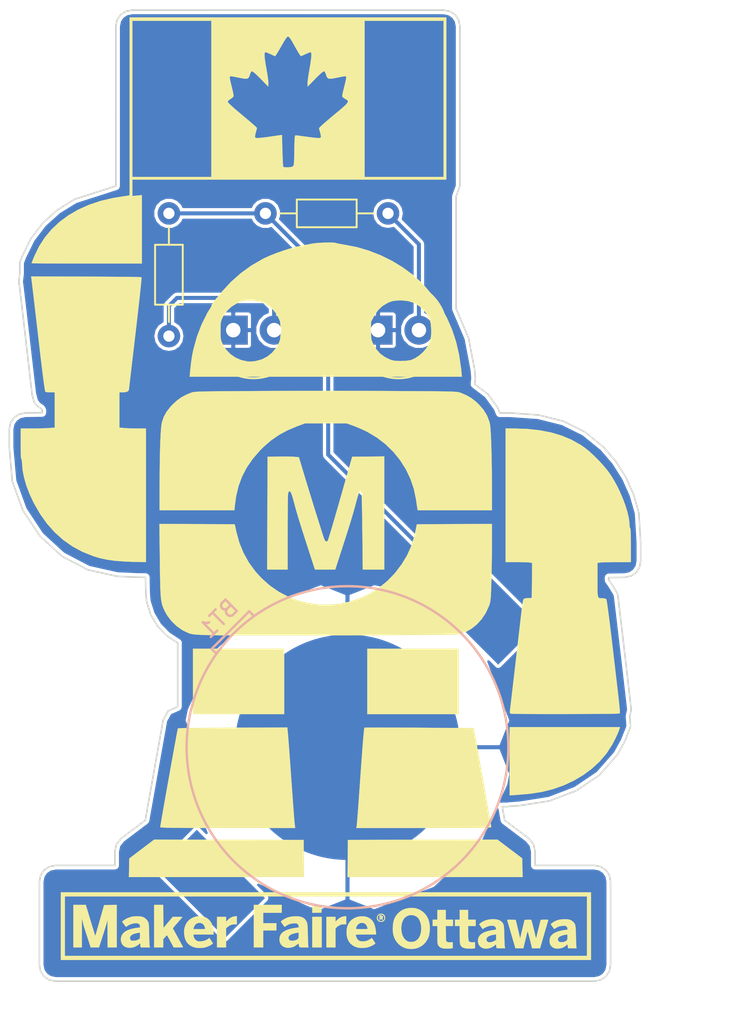
<source format=kicad_pcb>
(kicad_pcb (version 4) (host pcbnew 4.0.7)

  (general
    (links 7)
    (no_connects 1)
    (area 148.528102 44.578647 187.874136 104.976628)
    (thickness 1.6)
    (drawings 168)
    (tracks 12)
    (zones 0)
    (modules 7)
    (nets 5)
  )

  (page A4)
  (layers
    (0 F.Cu signal)
    (31 B.Cu signal)
    (32 B.Adhes user)
    (33 F.Adhes user)
    (34 B.Paste user)
    (35 F.Paste user)
    (36 B.SilkS user)
    (37 F.SilkS user)
    (38 B.Mask user)
    (39 F.Mask user)
    (40 Dwgs.User user)
    (41 Cmts.User user)
    (42 Eco1.User user)
    (43 Eco2.User user)
    (44 Edge.Cuts user)
    (45 Margin user)
    (46 B.CrtYd user)
    (47 F.CrtYd user)
    (48 B.Fab user)
    (49 F.Fab user)
  )

  (setup
    (last_trace_width 0.25)
    (trace_clearance 0.2)
    (zone_clearance 0.2032)
    (zone_45_only no)
    (trace_min 0.2)
    (segment_width 0.2)
    (edge_width 0.15)
    (via_size 0.6)
    (via_drill 0.4)
    (via_min_size 0.4)
    (via_min_drill 0.3)
    (uvia_size 0.3)
    (uvia_drill 0.1)
    (uvias_allowed no)
    (uvia_min_size 0.2)
    (uvia_min_drill 0.1)
    (pcb_text_width 0.3)
    (pcb_text_size 1.5 1.5)
    (mod_edge_width 0.15)
    (mod_text_size 1 1)
    (mod_text_width 0.15)
    (pad_size 14 14)
    (pad_drill 0)
    (pad_to_mask_clearance 0.2)
    (aux_axis_origin 0 0)
    (visible_elements 7FFFFFFF)
    (pcbplotparams
      (layerselection 0x010f8_80000001)
      (usegerberextensions true)
      (excludeedgelayer true)
      (linewidth 0.100000)
      (plotframeref false)
      (viasonmask false)
      (mode 1)
      (useauxorigin false)
      (hpglpennumber 1)
      (hpglpenspeed 20)
      (hpglpendiameter 15)
      (hpglpenoverlay 2)
      (psnegative false)
      (psa4output false)
      (plotreference true)
      (plotvalue true)
      (plotinvisibletext false)
      (padsonsilk false)
      (subtractmaskfromsilk true)
      (outputformat 1)
      (mirror false)
      (drillshape 0)
      (scaleselection 1)
      (outputdirectory cam/))
  )

  (net 0 "")
  (net 1 "Net-(BT1-Pad1)")
  (net 2 "Net-(BT1-Pad2)")
  (net 3 "Net-(D1-Pad2)")
  (net 4 "Net-(D2-Pad2)")

  (net_class Default "This is the default net class."
    (clearance 0.2)
    (trace_width 0.25)
    (via_dia 0.6)
    (via_drill 0.4)
    (uvia_dia 0.3)
    (uvia_drill 0.1)
    (add_net "Net-(BT1-Pad1)")
    (add_net "Net-(BT1-Pad2)")
    (add_net "Net-(D1-Pad2)")
    (add_net "Net-(D2-Pad2)")
  )

  (module BadgeParts:CR2032-SHRAPNEL (layer B.Cu) (tedit 5B90AAB3) (tstamp 5B8DE1D4)
    (at 169.6 90.4 45)
    (path /5B8E1E47)
    (fp_text reference BT1 (at 0 -11.303 45) (layer B.SilkS)
      (effects (font (size 1 1) (thickness 0.15)) (justify mirror))
    )
    (fp_text value Battery_Cell (at 0 0.5 45) (layer B.Fab) hide
      (effects (font (size 1 1) (thickness 0.15)) (justify mirror))
    )
    (fp_line (start -1.651 -9.906) (end -1.651 -10.287) (layer B.SilkS) (width 0.15))
    (fp_line (start -1.651 -10.287) (end 1.651 -10.287) (layer B.SilkS) (width 0.15))
    (fp_line (start 1.651 -10.287) (end 1.651 -9.906) (layer B.SilkS) (width 0.15))
    (fp_circle (center 0 0) (end 10 0) (layer B.SilkS) (width 0.15))
    (pad 1 smd rect (at -12 0 45) (size 3.5 6) (layers B.Cu B.Paste B.Mask)
      (net 1 "Net-(BT1-Pad1)"))
    (pad 2 smd circle (at 0 0 45) (size 14 14) (layers B.Cu B.Paste B.Mask)
      (net 2 "Net-(BT1-Pad2)") (solder_mask_margin 3) (clearance 3) (thermal_gap 3))
    (pad 1 smd rect (at 12 0 45) (size 3.5 6) (layers B.Cu B.Paste B.Mask)
      (net 1 "Net-(BT1-Pad1)"))
  )

  (module LEDs:LED_D5.0mm (layer F.Cu) (tedit 5B8DE28E) (tstamp 5B8DE1E6)
    (at 162.5 64.5)
    (descr "LED, diameter 5.0mm, 2 pins, http://cdn-reichelt.de/documents/datenblatt/A500/LL-504BC2E-009.pdf")
    (tags "LED diameter 5.0mm 2 pins")
    (path /5B8E1D4F)
    (fp_text reference D1 (at 1.27 -3.96) (layer F.SilkS) hide
      (effects (font (size 1 1) (thickness 0.15)))
    )
    (fp_text value LED (at 1.27 3.96) (layer F.Fab)
      (effects (font (size 1 1) (thickness 0.15)))
    )
    (fp_arc (start 1.27 0) (end -1.23 -1.469694) (angle 299.1) (layer F.Fab) (width 0.1))
    (fp_arc (start 1.27 0) (end -1.29 -1.54483) (angle 148.9) (layer F.SilkS) (width 0.12))
    (fp_arc (start 1.27 0) (end -1.29 1.54483) (angle -148.9) (layer F.SilkS) (width 0.12))
    (fp_circle (center 1.27 0) (end 3.77 0) (layer F.Fab) (width 0.1))
    (fp_circle (center 1.27 0) (end 3.77 0) (layer F.SilkS) (width 0.12))
    (fp_line (start -1.23 -1.469694) (end -1.23 1.469694) (layer F.Fab) (width 0.1))
    (fp_line (start -1.29 -1.545) (end -1.29 1.545) (layer F.SilkS) (width 0.12))
    (fp_line (start -1.95 -3.25) (end -1.95 3.25) (layer F.CrtYd) (width 0.05))
    (fp_line (start -1.95 3.25) (end 4.5 3.25) (layer F.CrtYd) (width 0.05))
    (fp_line (start 4.5 3.25) (end 4.5 -3.25) (layer F.CrtYd) (width 0.05))
    (fp_line (start 4.5 -3.25) (end -1.95 -3.25) (layer F.CrtYd) (width 0.05))
    (fp_text user %R (at 1.25 0) (layer F.Fab)
      (effects (font (size 0.8 0.8) (thickness 0.2)))
    )
    (pad 1 thru_hole rect (at 0 0) (size 1.8 1.8) (drill 0.9) (layers *.Cu *.Mask)
      (net 2 "Net-(BT1-Pad2)"))
    (pad 2 thru_hole circle (at 2.54 0) (size 1.8 1.8) (drill 0.9) (layers *.Cu *.Mask)
      (net 3 "Net-(D1-Pad2)"))
    (model ${KISYS3DMOD}/LEDs.3dshapes/LED_D5.0mm.wrl
      (at (xyz 0 0 0))
      (scale (xyz 0.393701 0.393701 0.393701))
      (rotate (xyz 0 0 0))
    )
  )

  (module LEDs:LED_D5.0mm (layer F.Cu) (tedit 5B8DE294) (tstamp 5B8DE1F8)
    (at 171.5 64.5)
    (descr "LED, diameter 5.0mm, 2 pins, http://cdn-reichelt.de/documents/datenblatt/A500/LL-504BC2E-009.pdf")
    (tags "LED diameter 5.0mm 2 pins")
    (path /5B8E1D9C)
    (fp_text reference D2 (at 1.27 -3.96) (layer F.SilkS) hide
      (effects (font (size 1 1) (thickness 0.15)))
    )
    (fp_text value LED (at 1.27 3.96) (layer F.Fab)
      (effects (font (size 1 1) (thickness 0.15)))
    )
    (fp_arc (start 1.27 0) (end -1.23 -1.469694) (angle 299.1) (layer F.Fab) (width 0.1))
    (fp_arc (start 1.27 0) (end -1.29 -1.54483) (angle 148.9) (layer F.SilkS) (width 0.12))
    (fp_arc (start 1.27 0) (end -1.29 1.54483) (angle -148.9) (layer F.SilkS) (width 0.12))
    (fp_circle (center 1.27 0) (end 3.77 0) (layer F.Fab) (width 0.1))
    (fp_circle (center 1.27 0) (end 3.77 0) (layer F.SilkS) (width 0.12))
    (fp_line (start -1.23 -1.469694) (end -1.23 1.469694) (layer F.Fab) (width 0.1))
    (fp_line (start -1.29 -1.545) (end -1.29 1.545) (layer F.SilkS) (width 0.12))
    (fp_line (start -1.95 -3.25) (end -1.95 3.25) (layer F.CrtYd) (width 0.05))
    (fp_line (start -1.95 3.25) (end 4.5 3.25) (layer F.CrtYd) (width 0.05))
    (fp_line (start 4.5 3.25) (end 4.5 -3.25) (layer F.CrtYd) (width 0.05))
    (fp_line (start 4.5 -3.25) (end -1.95 -3.25) (layer F.CrtYd) (width 0.05))
    (fp_text user %R (at 1.25 0) (layer F.Fab)
      (effects (font (size 0.8 0.8) (thickness 0.2)))
    )
    (pad 1 thru_hole rect (at 0 0) (size 1.8 1.8) (drill 0.9) (layers *.Cu *.Mask)
      (net 2 "Net-(BT1-Pad2)"))
    (pad 2 thru_hole circle (at 2.54 0) (size 1.8 1.8) (drill 0.9) (layers *.Cu *.Mask)
      (net 4 "Net-(D2-Pad2)"))
    (model ${KISYS3DMOD}/LEDs.3dshapes/LED_D5.0mm.wrl
      (at (xyz 0 0 0))
      (scale (xyz 0.393701 0.393701 0.393701))
      (rotate (xyz 0 0 0))
    )
  )

  (module makey:makey-kit (layer F.Cu) (tedit 0) (tstamp 5B8DE40B)
    (at 168.25 71.75)
    (fp_text reference G*** (at 0 0) (layer F.SilkS) hide
      (effects (font (thickness 0.3)))
    )
    (fp_text value LOGO (at 0.75 0) (layer F.SilkS) hide
      (effects (font (thickness 0.3)))
    )
    (fp_poly (pts (xy -6.020745 24.394397) (xy -1.375833 24.405166) (xy -1.36457 25.55875) (xy -1.353306 26.712333)
      (xy -12.236723 26.712333) (xy -12.224945 26.134331) (xy -12.213167 25.55633) (xy -11.439412 24.969978)
      (xy -10.665656 24.383627) (xy -6.020745 24.394397)) (layer F.SilkS) (width 0.01))
    (fp_poly (pts (xy 11.440367 24.966124) (xy 12.213167 25.548621) (xy 12.224944 26.130477) (xy 12.236722 26.712333)
      (xy 1.353306 26.712333) (xy 1.364569 25.55875) (xy 1.375833 24.405166) (xy 6.021701 24.394396)
      (xy 10.667568 24.383627) (xy 11.440367 24.966124)) (layer F.SilkS) (width 0.01))
    (fp_poly (pts (xy -2.361623 17.695333) (xy -2.352994 17.78871) (xy -2.339093 17.957838) (xy -2.320576 18.194008)
      (xy -2.298096 18.488512) (xy -2.272308 18.832641) (xy -2.243867 19.217687) (xy -2.213427 19.634941)
      (xy -2.181643 20.075695) (xy -2.161165 20.362333) (xy -2.121083 20.924935) (xy -2.08644 21.409743)
      (xy -2.056725 21.823421) (xy -2.031428 22.172632) (xy -2.01004 22.46404) (xy -1.99205 22.704308)
      (xy -1.976948 22.900099) (xy -1.964223 23.058078) (xy -1.953366 23.184907) (xy -1.943866 23.287251)
      (xy -1.935214 23.371772) (xy -1.926898 23.445135) (xy -1.922125 23.484416) (xy -1.899812 23.664333)
      (xy -6.093406 23.664333) (xy -6.807734 23.664136) (xy -7.441548 23.663509) (xy -7.999002 23.662401)
      (xy -8.484247 23.660759) (xy -8.901437 23.65853) (xy -9.254724 23.655662) (xy -9.548261 23.652103)
      (xy -9.7862 23.647801) (xy -9.972693 23.642702) (xy -10.111894 23.636755) (xy -10.207955 23.629907)
      (xy -10.265029 23.622106) (xy -10.287267 23.613299) (xy -10.2879 23.611416) (xy -10.280879 23.556933)
      (xy -10.260271 23.42808) (xy -10.227508 23.23285) (xy -10.184018 22.979234) (xy -10.131233 22.675224)
      (xy -10.070583 22.328813) (xy -10.003498 21.947992) (xy -9.931408 21.540754) (xy -9.855745 21.11509)
      (xy -9.777937 20.678992) (xy -9.699416 20.240453) (xy -9.621611 19.807465) (xy -9.545954 19.388019)
      (xy -9.473875 18.990108) (xy -9.406803 18.621723) (xy -9.346169 18.290857) (xy -9.293403 18.005501)
      (xy -9.249937 17.773648) (xy -9.217199 17.60329) (xy -9.196621 17.502418) (xy -9.190064 17.477209)
      (xy -9.144841 17.472725) (xy -9.02135 17.468106) (xy -8.825991 17.463432) (xy -8.565162 17.458781)
      (xy -8.245262 17.454233) (xy -7.872689 17.449867) (xy -7.453843 17.445763) (xy -6.995123 17.442001)
      (xy -6.502927 17.438659) (xy -5.983653 17.435817) (xy -5.7785 17.434875) (xy -2.391833 17.420166)
      (xy -2.361623 17.695333)) (layer F.SilkS) (width 0.01))
    (fp_poly (pts (xy 3.726073 17.427812) (xy 4.145197 17.428805) (xy 4.60412 17.430556) (xy 5.096432 17.433065)
      (xy 5.615724 17.436331) (xy 5.818108 17.437766) (xy 9.20205 17.4625) (xy 9.743868 20.489333)
      (xy 9.832533 20.985604) (xy 9.916701 21.458547) (xy 9.995189 21.901404) (xy 10.066815 22.307413)
      (xy 10.130396 22.669815) (xy 10.18475 22.981851) (xy 10.228694 23.236762) (xy 10.261045 23.427787)
      (xy 10.280622 23.548166) (xy 10.286343 23.59025) (xy 10.283059 23.602428) (xy 10.269721 23.613198)
      (xy 10.241447 23.622645) (xy 10.193352 23.630856) (xy 10.120552 23.637916) (xy 10.018164 23.643912)
      (xy 9.881305 23.64893) (xy 9.705089 23.653057) (xy 9.484634 23.656378) (xy 9.215055 23.658981)
      (xy 8.891469 23.66095) (xy 8.508993 23.662374) (xy 8.062742 23.663337) (xy 7.547832 23.663927)
      (xy 6.95938 23.664228) (xy 6.292502 23.664329) (xy 6.092636 23.664333) (xy 1.898273 23.664333)
      (xy 1.922328 23.547916) (xy 1.92995 23.483614) (xy 1.942664 23.343425) (xy 1.959809 23.135932)
      (xy 1.980726 22.869718) (xy 2.004755 22.553369) (xy 2.031234 22.195467) (xy 2.059504 21.804595)
      (xy 2.088904 21.389339) (xy 2.094114 21.314833) (xy 2.143077 20.616562) (xy 2.18689 19.999023)
      (xy 2.225855 19.45846) (xy 2.260275 18.991114) (xy 2.29045 18.593228) (xy 2.316685 18.261043)
      (xy 2.33928 17.990802) (xy 2.358539 17.778746) (xy 2.374763 17.621118) (xy 2.388256 17.514161)
      (xy 2.399319 17.454115) (xy 2.406011 17.437766) (xy 2.451751 17.434212) (xy 2.575744 17.431417)
      (xy 2.771582 17.429379) (xy 3.032856 17.428099) (xy 3.353156 17.427577) (xy 3.726073 17.427812)) (layer F.SilkS) (width 0.01))
    (fp_poly (pts (xy 18.264961 17.49425) (xy 18.208705 17.649777) (xy 18.121333 17.855092) (xy 18.01382 18.086521)
      (xy 17.897138 18.320387) (xy 17.789159 18.520833) (xy 17.446252 19.04408) (xy 17.03245 19.529317)
      (xy 16.554326 19.972689) (xy 16.018456 20.370343) (xy 15.431414 20.718424) (xy 14.799775 21.013079)
      (xy 14.130114 21.250453) (xy 13.429005 21.426693) (xy 12.703024 21.537945) (xy 12.62929 21.54535)
      (xy 12.38787 21.567333) (xy 12.1194 21.590082) (xy 11.87338 21.609437) (xy 11.821583 21.61323)
      (xy 11.43 21.641321) (xy 11.43 17.399) (xy 18.293705 17.399) (xy 18.264961 17.49425)) (layer F.SilkS) (width 0.01))
    (fp_poly (pts (xy -2.582333 16.594666) (xy -8.255 16.594666) (xy -8.255 12.530666) (xy -2.582333 12.530666)
      (xy -2.582333 16.594666)) (layer F.SilkS) (width 0.01))
    (fp_poly (pts (xy 8.255 16.594666) (xy 2.582333 16.594666) (xy 2.582333 12.530666) (xy 8.255 12.530666)
      (xy 8.255 16.594666)) (layer F.SilkS) (width 0.01))
    (fp_poly (pts (xy 11.694583 -1.142638) (xy 12.528076 -1.114843) (xy 13.299549 -1.032102) (xy 14.012105 -0.893572)
      (xy 14.66885 -0.698412) (xy 15.272889 -0.445777) (xy 15.827327 -0.134824) (xy 16.102552 0.054223)
      (xy 16.3638 0.26401) (xy 16.651254 0.525147) (xy 16.945442 0.817696) (xy 17.22689 1.12172)
      (xy 17.476123 1.417283) (xy 17.621842 1.609657) (xy 17.852051 1.960814) (xy 18.07255 2.351281)
      (xy 18.277711 2.766667) (xy 18.461906 3.19258) (xy 18.619508 3.61463) (xy 18.744889 4.018424)
      (xy 18.832421 4.389571) (xy 18.876477 4.71368) (xy 18.880667 4.828767) (xy 18.888376 4.9486)
      (xy 18.908064 5.024163) (xy 18.923 5.037666) (xy 18.937298 5.079376) (xy 18.948818 5.202093)
      (xy 18.957417 5.4022) (xy 18.962948 5.676077) (xy 18.965267 6.020107) (xy 18.965333 6.096)
      (xy 18.965333 7.154333) (xy 18.086917 7.154799) (xy 17.811836 7.156192) (xy 17.556037 7.159808)
      (xy 17.335142 7.165244) (xy 17.164773 7.172097) (xy 17.060552 7.179966) (xy 17.04975 7.181504)
      (xy 16.891 7.207744) (xy 16.891 8.277176) (xy 16.890744 8.614418) (xy 16.89175 8.876452)
      (xy 16.89668 9.072724) (xy 16.908195 9.212683) (xy 16.928957 9.305774) (xy 16.961627 9.361445)
      (xy 17.008868 9.389143) (xy 17.07334 9.398314) (xy 17.157706 9.398406) (xy 17.206779 9.398)
      (xy 17.342732 9.412753) (xy 17.431758 9.451485) (xy 17.439718 9.459553) (xy 17.454208 9.512733)
      (xy 17.477268 9.64464) (xy 17.508181 9.849844) (xy 17.546228 10.122916) (xy 17.590689 10.458428)
      (xy 17.640847 10.85095) (xy 17.695983 11.295053) (xy 17.755378 11.785307) (xy 17.818314 12.316285)
      (xy 17.822126 12.348803) (xy 17.902347 13.033243) (xy 17.973281 13.638488) (xy 18.035419 14.169439)
      (xy 18.089252 14.631002) (xy 18.135273 15.028079) (xy 18.17397 15.365575) (xy 18.205836 15.648393)
      (xy 18.231362 15.881437) (xy 18.251039 16.069611) (xy 18.265358 16.217819) (xy 18.27481 16.330963)
      (xy 18.279885 16.413949) (xy 18.281076 16.471679) (xy 18.278874 16.509057) (xy 18.273768 16.530988)
      (xy 18.266251 16.542375) (xy 18.256814 16.548121) (xy 18.245947 16.55313) (xy 18.243325 16.554676)
      (xy 18.193708 16.559922) (xy 18.06728 16.564781) (xy 17.871896 16.56924) (xy 17.615409 16.573287)
      (xy 17.305675 16.576909) (xy 16.950548 16.580095) (xy 16.557883 16.582832) (xy 16.135535 16.585108)
      (xy 15.691357 16.586912) (xy 15.233205 16.588231) (xy 14.768934 16.589052) (xy 14.306397 16.589365)
      (xy 13.85345 16.589156) (xy 13.417947 16.588414) (xy 13.007742 16.587126) (xy 12.630691 16.58528)
      (xy 12.294648 16.582864) (xy 12.007467 16.579867) (xy 11.777004 16.576275) (xy 11.611112 16.572077)
      (xy 11.517647 16.567261) (xy 11.502015 16.565086) (xy 11.454772 16.537885) (xy 11.440587 16.474303)
      (xy 11.450388 16.368914) (xy 11.459606 16.295594) (xy 11.477727 16.144939) (xy 11.503962 15.923724)
      (xy 11.537523 15.638723) (xy 11.57762 15.296712) (xy 11.623464 14.904465) (xy 11.674268 14.468756)
      (xy 11.729242 13.996362) (xy 11.787597 13.494057) (xy 11.848544 12.968615) (xy 11.911296 12.426812)
      (xy 11.975062 11.875422) (xy 12.039055 11.321221) (xy 12.102484 10.770983) (xy 12.131398 10.519833)
      (xy 12.164465 10.243038) (xy 12.196937 9.990397) (xy 12.226879 9.775535) (xy 12.252356 9.61208)
      (xy 12.271431 9.513659) (xy 12.27689 9.495419) (xy 12.312652 9.44067) (xy 12.378118 9.409578)
      (xy 12.496324 9.393549) (xy 12.560521 9.389585) (xy 12.805833 9.376833) (xy 12.828407 7.207531)
      (xy 12.695412 7.180932) (xy 12.60835 7.171865) (xy 12.454445 7.164125) (xy 12.251515 7.158287)
      (xy 12.01738 7.154924) (xy 11.869208 7.154333) (xy 11.176 7.154333) (xy 11.176 -1.143)
      (xy 11.694583 -1.142638)) (layer F.SilkS) (width 0.01))
    (fp_poly (pts (xy -5.657791 4.804833) (xy -5.562619 5.249333) (xy -5.375519 5.933772) (xy -5.116472 6.573807)
      (xy -4.784626 7.171015) (xy -4.379128 7.726971) (xy -3.991682 8.152557) (xy -3.472819 8.613628)
      (xy -2.912811 9.00089) (xy -2.313427 9.313521) (xy -1.676436 9.550695) (xy -1.003608 9.711591)
      (xy -0.495418 9.77998) (xy 0.180848 9.801528) (xy 0.849385 9.74207) (xy 1.502793 9.604643)
      (xy 2.133675 9.392285) (xy 2.734634 9.108032) (xy 3.298271 8.754921) (xy 3.817188 8.335991)
      (xy 4.283987 7.854278) (xy 4.331055 7.798524) (xy 4.727386 7.275846) (xy 5.046998 6.747683)
      (xy 5.297284 6.198894) (xy 5.48564 5.61434) (xy 5.565846 5.2705) (xy 5.661365 4.804833)
      (xy 10.329333 4.782949) (xy 10.326714 6.169724) (xy 10.324817 6.567852) (xy 10.320778 6.995199)
      (xy 10.314946 7.429371) (xy 10.30767 7.847967) (xy 10.299295 8.228591) (xy 10.290172 8.548846)
      (xy 10.289376 8.5725) (xy 10.277908 8.89527) (xy 10.267287 9.146727) (xy 10.255984 9.340189)
      (xy 10.242474 9.488976) (xy 10.225228 9.606407) (xy 10.20272 9.705803) (xy 10.173422 9.800482)
      (xy 10.137138 9.900233) (xy 9.942357 10.318102) (xy 9.692768 10.694108) (xy 9.397232 11.020305)
      (xy 9.064615 11.288745) (xy 8.703777 11.491481) (xy 8.323582 11.620566) (xy 8.189552 11.646568)
      (xy 8.11542 11.651618) (xy 7.961877 11.656541) (xy 7.734178 11.661323) (xy 7.43758 11.665951)
      (xy 7.077337 11.670412) (xy 6.658704 11.674693) (xy 6.186938 11.678781) (xy 5.667294 11.682662)
      (xy 5.105026 11.686324) (xy 4.505392 11.689753) (xy 3.873646 11.692936) (xy 3.215043 11.69586)
      (xy 2.53484 11.698512) (xy 1.838291 11.700879) (xy 1.130653 11.702947) (xy 0.41718 11.704703)
      (xy -0.296872 11.706135) (xy -1.006247 11.707229) (xy -1.70569 11.707972) (xy -2.389945 11.70835)
      (xy -3.053758 11.708351) (xy -3.691872 11.707962) (xy -4.299032 11.707169) (xy -4.869982 11.705959)
      (xy -5.399468 11.70432) (xy -5.882233 11.702237) (xy -6.313022 11.699698) (xy -6.68658 11.69669)
      (xy -6.997651 11.693199) (xy -7.24098 11.689212) (xy -7.387167 11.685535) (xy -7.698592 11.674518)
      (xy -7.939443 11.662988) (xy -8.123806 11.649465) (xy -8.265769 11.632466) (xy -8.379418 11.610511)
      (xy -8.47884 11.582119) (xy -8.525477 11.56583) (xy -8.906168 11.384404) (xy -9.264541 11.132426)
      (xy -9.585467 10.823707) (xy -9.85382 10.472056) (xy -9.99357 10.225624) (xy -10.052978 10.102712)
      (xy -10.103744 9.988504) (xy -10.146646 9.875292) (xy -10.182459 9.755367) (xy -10.211962 9.621022)
      (xy -10.235931 9.464548) (xy -10.255141 9.278237) (xy -10.270371 9.054382) (xy -10.282396 8.785274)
      (xy -10.291993 8.463204) (xy -10.299939 8.080465) (xy -10.307011 7.629349) (xy -10.313985 7.102148)
      (xy -10.3148 7.037555) (xy -10.343173 4.782943) (xy -5.657791 4.804833)) (layer F.SilkS) (width 0.01))
    (fp_poly (pts (xy 3.640667 7.62) (xy 2.299226 7.62) (xy 2.274655 5.259916) (xy 2.269557 4.818852)
      (xy 2.263759 4.401907) (xy 2.257438 4.017001) (xy 2.25077 3.672053) (xy 2.243932 3.374986)
      (xy 2.2371 3.133717) (xy 2.230452 2.956169) (xy 2.224162 2.850262) (xy 2.220382 2.823671)
      (xy 2.167091 2.766188) (xy 2.125628 2.760171) (xy 2.088925 2.798107) (xy 2.042996 2.902674)
      (xy 1.985971 3.079114) (xy 1.915979 3.332668) (xy 1.901919 3.386666) (xy 1.838803 3.6266)
      (xy 1.77303 3.867119) (xy 1.701551 4.118247) (xy 1.621319 4.390006) (xy 1.529285 4.692418)
      (xy 1.422401 5.035508) (xy 1.297618 5.429297) (xy 1.151888 5.883809) (xy 0.991013 6.38175)
      (xy 0.589888 7.62) (xy -0.673348 7.62) (xy -1.074764 6.38175) (xy -1.255344 5.822957)
      (xy -1.411132 5.336866) (xy -1.544435 4.915966) (xy -1.657558 4.552746) (xy -1.752809 4.239694)
      (xy -1.832493 3.969299) (xy -1.898917 3.734051) (xy -1.954388 3.526439) (xy -1.968648 3.47075)
      (xy -2.04286 3.191562) (xy -2.105582 2.987913) (xy -2.159963 2.85195) (xy -2.209154 2.775821)
      (xy -2.256305 2.751673) (xy -2.257134 2.751666) (xy -2.305892 2.790966) (xy -2.341104 2.896904)
      (xy -2.343495 2.910416) (xy -2.348501 2.982329) (xy -2.353211 3.130443) (xy -2.357532 3.346291)
      (xy -2.361372 3.621407) (xy -2.364638 3.947326) (xy -2.367236 4.315581) (xy -2.369075 4.717707)
      (xy -2.37006 5.145237) (xy -2.370201 5.344583) (xy -2.370667 7.62) (xy -3.641156 7.62)
      (xy -3.630328 4.116916) (xy -3.6195 0.613833) (xy -2.942167 0.6007) (xy -2.682854 0.597773)
      (xy -2.426943 0.598589) (xy -2.198211 0.602823) (xy -2.020439 0.61015) (xy -1.967149 0.61403)
      (xy -1.669465 0.640493) (xy -1.400538 1.53733) (xy -1.313856 1.824757) (xy -1.214289 2.152107)
      (xy -1.104812 2.509825) (xy -0.988403 2.888357) (xy -0.868037 3.27815) (xy -0.746689 3.669649)
      (xy -0.627335 4.053301) (xy -0.512952 4.419551) (xy -0.406515 4.758846) (xy -0.311001 5.061631)
      (xy -0.229384 5.318353) (xy -0.164641 5.519458) (xy -0.119748 5.655391) (xy -0.102569 5.704416)
      (xy -0.037448 5.834354) (xy 0.030916 5.880897) (xy 0.104923 5.845316) (xy 0.124199 5.824208)
      (xy 0.144269 5.773873) (xy 0.185203 5.649123) (xy 0.244899 5.457036) (xy 0.321253 5.204688)
      (xy 0.412164 4.899157) (xy 0.515528 4.547519) (xy 0.629243 4.156853) (xy 0.751205 3.734234)
      (xy 0.879313 3.286741) (xy 0.907173 3.188958) (xy 1.640248 0.613833) (xy 2.640457 0.602483)
      (xy 3.640667 0.591134) (xy 3.640667 7.62)) (layer F.SilkS) (width 0.01))
    (fp_poly (pts (xy -14.896021 -10.573478) (xy -14.365654 -10.571412) (xy -13.859866 -10.568837) (xy -13.38503 -10.565823)
      (xy -12.947518 -10.562438) (xy -12.553703 -10.55875) (xy -12.209956 -10.554829) (xy -11.92265 -10.550742)
      (xy -11.698157 -10.546559) (xy -11.542849 -10.542348) (xy -11.463099 -10.538177) (xy -11.453626 -10.536416)
      (xy -11.452481 -10.488294) (xy -11.461682 -10.357731) (xy -11.481054 -10.146297) (xy -11.510424 -9.855561)
      (xy -11.549618 -9.487093) (xy -11.598463 -9.042462) (xy -11.656783 -8.523238) (xy -11.724407 -7.93099)
      (xy -11.801159 -7.267289) (xy -11.886866 -6.533704) (xy -11.981354 -5.731804) (xy -12.044662 -5.197715)
      (xy -12.08719 -4.838653) (xy -12.126392 -4.505671) (xy -12.161174 -4.208213) (xy -12.190444 -3.955722)
      (xy -12.213106 -3.75764) (xy -12.228067 -3.623411) (xy -12.234234 -3.562476) (xy -12.234333 -3.560322)
      (xy -12.273368 -3.473851) (xy -12.382936 -3.414496) (xy -12.551735 -3.387668) (xy -12.597191 -3.386667)
      (xy -12.827 -3.386667) (xy -12.827 -1.197577) (xy -12.54125 -1.17059) (xy -12.382821 -1.159832)
      (xy -12.169018 -1.151054) (xy -11.929126 -1.145226) (xy -11.71575 -1.143301) (xy -11.176 -1.143)
      (xy -11.176 7.154333) (xy -11.609917 7.147888) (xy -11.829978 7.142721) (xy -12.098839 7.133575)
      (xy -12.380802 7.121791) (xy -12.615333 7.11009) (xy -13.152544 7.066961) (xy -13.631657 6.997802)
      (xy -14.076366 6.898459) (xy -14.432363 6.791429) (xy -15.10761 6.523795) (xy -15.733357 6.188928)
      (xy -16.310635 5.78591) (xy -16.840471 5.313825) (xy -17.323895 4.771754) (xy -17.761934 4.15878)
      (xy -18.155618 3.473986) (xy -18.159087 3.467253) (xy -18.409839 2.932863) (xy -18.610986 2.404081)
      (xy -18.758898 1.893404) (xy -18.849943 1.413332) (xy -18.880497 0.98425) (xy -18.887864 0.860079)
      (xy -18.906606 0.779411) (xy -18.923 0.762) (xy -18.93789 0.720388) (xy -18.949753 0.598342)
      (xy -18.958405 0.400049) (xy -18.963659 0.129693) (xy -18.965333 -0.1905) (xy -18.965333 -1.143)
      (xy -18.25625 -1.143254) (xy -17.986783 -1.14506) (xy -17.716209 -1.149866) (xy -17.469123 -1.157034)
      (xy -17.270116 -1.165926) (xy -17.197917 -1.170695) (xy -16.848667 -1.197883) (xy -16.848667 -3.386667)
      (xy -17.11325 -3.387315) (xy -17.260592 -3.392516) (xy -17.376332 -3.405375) (xy -17.428173 -3.419971)
      (xy -17.444259 -3.469204) (xy -17.46862 -3.600209) (xy -17.500926 -3.81053) (xy -17.540849 -4.09771)
      (xy -17.588061 -4.459292) (xy -17.642234 -4.892821) (xy -17.703038 -5.39584) (xy -17.770145 -5.965892)
      (xy -17.780449 -6.054572) (xy -17.837973 -6.549918) (xy -17.895885 -7.047681) (xy -17.952879 -7.536708)
      (xy -18.007651 -8.005842) (xy -18.058897 -8.443929) (xy -18.105312 -8.839814) (xy -18.145592 -9.182341)
      (xy -18.178431 -9.460355) (xy -18.197532 -9.620978) (xy -18.312677 -10.58479) (xy -14.896021 -10.573478)) (layer F.SilkS) (width 0.01))
    (fp_poly (pts (xy 0.855503 -3.478621) (xy 1.718052 -3.477514) (xy 2.547363 -3.475655) (xy 3.326593 -3.473044)
      (xy 4.038898 -3.469682) (xy 4.074583 -3.469482) (xy 4.752665 -3.465626) (xy 5.351367 -3.462094)
      (xy 5.875972 -3.458746) (xy 6.331765 -3.455441) (xy 6.724031 -3.45204) (xy 7.058055 -3.448403)
      (xy 7.33912 -3.444389) (xy 7.572512 -3.439859) (xy 7.763515 -3.434672) (xy 7.917414 -3.428688)
      (xy 8.039492 -3.421767) (xy 8.135036 -3.413769) (xy 8.209328 -3.404554) (xy 8.267655 -3.393981)
      (xy 8.315299 -3.381912) (xy 8.357547 -3.368205) (xy 8.393654 -3.354977) (xy 8.749022 -3.203616)
      (xy 9.050293 -3.030425) (xy 9.328001 -2.816023) (xy 9.508322 -2.64738) (xy 9.809016 -2.302017)
      (xy 10.029701 -1.939456) (xy 10.174423 -1.552648) (xy 10.20182 -1.439334) (xy 10.222287 -1.300849)
      (xy 10.24166 -1.085269) (xy 10.25969 -0.800165) (xy 10.27613 -0.453104) (xy 10.290733 -0.051654)
      (xy 10.303251 0.396615) (xy 10.313436 0.884136) (xy 10.321042 1.403338) (xy 10.32582 1.946655)
      (xy 10.327451 2.402416) (xy 10.329333 3.937) (xy 5.716613 3.937) (xy 5.697511 3.84175)
      (xy 5.684057 3.762743) (xy 5.662103 3.620936) (xy 5.634842 3.437382) (xy 5.60923 3.259666)
      (xy 5.47481 2.609573) (xy 5.262193 1.983184) (xy 4.976063 1.38691) (xy 4.621103 0.827165)
      (xy 4.202 0.31036) (xy 3.723436 -0.157093) (xy 3.190098 -0.56878) (xy 2.606668 -0.918291)
      (xy 2.527423 -0.958808) (xy 2.298506 -1.068104) (xy 2.048064 -1.178849) (xy 1.812098 -1.275502)
      (xy 1.680027 -1.324636) (xy 1.291167 -1.4605) (xy -1.291167 -1.4605) (xy -1.735667 -1.297792)
      (xy -2.350656 -1.042098) (xy -2.902192 -0.745565) (xy -3.405672 -0.398201) (xy -3.87649 0.009991)
      (xy -4.104288 0.239836) (xy -4.547881 0.755726) (xy -4.911744 1.285151) (xy -5.20037 1.838016)
      (xy -5.418252 2.424222) (xy -5.569884 3.053675) (xy -5.652088 3.65125) (xy -5.679406 3.937)
      (xy -10.329333 3.937) (xy -10.327808 2.338916) (xy -10.325205 1.672727) (xy -10.318825 1.05478)
      (xy -10.308838 0.489611) (xy -10.295414 -0.018244) (xy -10.278724 -0.464251) (xy -10.258939 -0.843874)
      (xy -10.236228 -1.152579) (xy -10.210763 -1.385829) (xy -10.182713 -1.539089) (xy -10.182016 -1.541719)
      (xy -10.065098 -1.874858) (xy -9.895005 -2.182656) (xy -9.660405 -2.483636) (xy -9.50538 -2.64738)
      (xy -9.233286 -2.894939) (xy -8.957526 -3.089839) (xy -8.648155 -3.251139) (xy -8.393654 -3.354977)
      (xy -8.351819 -3.370207) (xy -8.309139 -3.383679) (xy -8.26033 -3.395533) (xy -8.200106 -3.405909)
      (xy -8.123184 -3.414947) (xy -8.024279 -3.422787) (xy -7.898107 -3.42957) (xy -7.739382 -3.435435)
      (xy -7.54282 -3.440523) (xy -7.303137 -3.444973) (xy -7.015048 -3.448926) (xy -6.673269 -3.452522)
      (xy -6.272515 -3.455902) (xy -5.807502 -3.459204) (xy -5.272944 -3.462569) (xy -4.663558 -3.466138)
      (xy -4.074584 -3.469482) (xy -3.366309 -3.472884) (xy -2.590215 -3.475535) (xy -1.763143 -3.477434)
      (xy -0.901938 -3.478581) (xy -0.023441 -3.478977) (xy 0.855503 -3.478621)) (layer F.SilkS) (width 0.01))
    (fp_poly (pts (xy 0.399387 -12.686962) (xy 0.551193 -12.676794) (xy 0.63108 -12.661025) (xy 0.719082 -12.636388)
      (xy 0.867061 -12.605488) (xy 1.051044 -12.57305) (xy 1.172731 -12.554233) (xy 1.931348 -12.40581)
      (xy 2.682135 -12.185868) (xy 3.414342 -11.899929) (xy 4.11722 -11.553517) (xy 4.780019 -11.152155)
      (xy 5.391991 -10.701368) (xy 5.942386 -10.206679) (xy 6.138473 -10.002559) (xy 6.67566 -9.367146)
      (xy 7.13799 -8.708208) (xy 7.527989 -8.019819) (xy 7.848182 -7.296054) (xy 8.101096 -6.530986)
      (xy 8.289256 -5.718689) (xy 8.415187 -4.853236) (xy 8.439365 -4.60375) (xy 8.460549 -4.360334)
      (xy -8.462678 -4.360334) (xy -8.440849 -4.582584) (xy -8.403952 -4.942335) (xy -8.36965 -5.237547)
      (xy -8.33506 -5.488167) (xy -8.297294 -5.714145) (xy -8.253468 -5.93543) (xy -8.228789 -6.048722)
      (xy -8.009832 -6.843012) (xy -7.862414 -7.226891) (xy -6.5405 -7.226891) (xy -6.5405 -7.218724)
      (xy -6.539544 -6.990264) (xy -6.534392 -6.825319) (xy -6.521614 -6.702744) (xy -6.497785 -6.60139)
      (xy -6.459475 -6.500112) (xy -6.404669 -6.380742) (xy -6.203594 -6.052052) (xy -5.940581 -5.773772)
      (xy -5.626302 -5.552768) (xy -5.271433 -5.39591) (xy -4.886646 -5.310064) (xy -4.720167 -5.296892)
      (xy -4.607185 -5.301197) (xy -4.452143 -5.317317) (xy -4.343948 -5.332971) (xy -3.971792 -5.435631)
      (xy -3.630521 -5.61244) (xy -3.330937 -5.855297) (xy -3.083841 -6.156102) (xy -2.960598 -6.370466)
      (xy -2.901127 -6.494354) (xy -2.860579 -6.594918) (xy -2.835333 -6.693249) (xy -2.821764 -6.810434)
      (xy -2.816251 -6.967566) (xy -2.815171 -7.185734) (xy -2.815167 -7.217132) (xy -2.816009 -7.444483)
      (xy -2.820817 -7.607652) (xy -2.833016 -7.727121) (xy -2.84283 -7.768167) (xy 2.815167 -7.768167)
      (xy 2.815167 -7.217132) (xy 2.816081 -6.989126) (xy 2.821091 -6.82501) (xy 2.833594 -6.704008)
      (xy 2.856989 -6.605347) (xy 2.894673 -6.508251) (xy 2.950046 -6.391947) (xy 2.950201 -6.391632)
      (xy 3.145906 -6.059827) (xy 3.378106 -5.796247) (xy 3.661159 -5.587398) (xy 3.96515 -5.437576)
      (xy 4.098103 -5.388892) (xy 4.227626 -5.358244) (xy 4.380187 -5.341739) (xy 4.582252 -5.335481)
      (xy 4.662389 -5.335005) (xy 4.98883 -5.345604) (xy 5.236001 -5.378921) (xy 5.321936 -5.401605)
      (xy 5.562142 -5.510422) (xy 5.811015 -5.676632) (xy 6.043041 -5.880167) (xy 6.232705 -6.100961)
      (xy 6.258566 -6.13827) (xy 6.396029 -6.368803) (xy 6.487516 -6.590186) (xy 6.539244 -6.827232)
      (xy 6.557432 -7.10476) (xy 6.554227 -7.318252) (xy 6.527337 -7.640751) (xy 6.466488 -7.906066)
      (xy 6.362022 -8.138117) (xy 6.204281 -8.360823) (xy 6.074906 -8.505311) (xy 5.784784 -8.761807)
      (xy 5.471134 -8.943328) (xy 5.12434 -9.053484) (xy 4.734789 -9.095886) (xy 4.512002 -9.092351)
      (xy 4.299803 -9.076386) (xy 4.137127 -9.049004) (xy 3.988891 -9.001956) (xy 3.830887 -8.932201)
      (xy 3.525731 -8.747371) (xy 3.266147 -8.502681) (xy 3.04294 -8.188906) (xy 2.982084 -8.080647)
      (xy 2.815167 -7.768167) (xy -2.84283 -7.768167) (xy -2.856031 -7.823373) (xy -2.893284 -7.916891)
      (xy -2.948202 -8.028156) (xy -2.951996 -8.035574) (xy -3.105403 -8.302326) (xy -3.271026 -8.514787)
      (xy -3.473213 -8.702457) (xy -3.554893 -8.766071) (xy -3.840516 -8.938236) (xy -4.159241 -9.046607)
      (xy -4.522781 -9.094323) (xy -4.78016 -9.094652) (xy -4.984396 -9.083608) (xy -5.135188 -9.064892)
      (xy -5.263758 -9.031045) (xy -5.401328 -8.974607) (xy -5.518534 -8.918241) (xy -5.866894 -8.702271)
      (xy -6.153067 -8.430417) (xy -6.374038 -8.105641) (xy -6.403269 -8.048703) (xy -6.459533 -7.930857)
      (xy -6.497849 -7.833135) (xy -6.521659 -7.734706) (xy -6.534408 -7.614742) (xy -6.539541 -7.452413)
      (xy -6.5405 -7.226891) (xy -7.862414 -7.226891) (xy -7.716276 -7.607434) (xy -7.352422 -8.3365)
      (xy -6.922567 -9.024722) (xy -6.431012 -9.666611) (xy -5.882057 -10.256681) (xy -5.28 -10.789442)
      (xy -4.629142 -11.259408) (xy -3.933781 -11.661089) (xy -3.767161 -11.743645) (xy -3.42483 -11.895869)
      (xy -3.036122 -12.048272) (xy -2.626024 -12.192462) (xy -2.219522 -12.320045) (xy -1.841603 -12.422625)
      (xy -1.566333 -12.482992) (xy -1.348415 -12.524165) (xy -1.130051 -12.566074) (xy -0.944096 -12.602385)
      (xy -0.867833 -12.617616) (xy -0.708448 -12.641962) (xy -0.503204 -12.661921) (xy -0.270949 -12.676946)
      (xy -0.030533 -12.686491) (xy 0.199195 -12.690012) (xy 0.399387 -12.686962)) (layer F.SilkS) (width 0.01))
    (fp_poly (pts (xy 7.493 -16.594667) (xy -12.022667 -16.594667) (xy -12.022667 -15.578076) (xy -11.726333 -15.605617)
      (xy -11.43 -15.633159) (xy -11.43 -11.387667) (xy -14.859 -11.387667) (xy -15.389599 -11.387879)
      (xy -15.895085 -11.388492) (xy -16.369162 -11.389474) (xy -16.805532 -11.390793) (xy -17.197898 -11.392417)
      (xy -17.539963 -11.394313) (xy -17.825428 -11.39645) (xy -18.047997 -11.398794) (xy -18.201372 -11.401314)
      (xy -18.279257 -11.403978) (xy -18.288 -11.405234) (xy -18.272977 -11.449248) (xy -18.232365 -11.554463)
      (xy -18.172854 -11.703809) (xy -18.119572 -11.835165) (xy -17.826941 -12.442131) (xy -17.465313 -13.002151)
      (xy -17.037319 -13.51342) (xy -16.54559 -13.974134) (xy -15.992758 -14.382487) (xy -15.381452 -14.736675)
      (xy -14.714306 -15.034895) (xy -13.99395 -15.27534) (xy -13.223015 -15.456207) (xy -12.721167 -15.537581)
      (xy -12.548314 -15.561876) (xy -12.398098 -15.584403) (xy -12.298442 -15.600944) (xy -12.28725 -15.603119)
      (xy -12.192 -15.622614) (xy -12.192 -26.458334) (xy -12.022667 -26.458334) (xy -12.022667 -16.764)
      (xy -7.112 -16.764) (xy -7.112 -21.427948) (xy -6.096 -21.427948) (xy -6.063534 -21.376757)
      (xy -5.97002 -21.279037) (xy -5.821285 -21.140182) (xy -5.623153 -20.965591) (xy -5.381452 -20.760657)
      (xy -5.323417 -20.712374) (xy -5.000624 -20.443285) (xy -4.734576 -20.218529) (xy -4.527262 -20.03984)
      (xy -4.38067 -19.908952) (xy -4.296786 -19.827596) (xy -4.276169 -19.799271) (xy -4.286462 -19.75737)
      (xy -4.312554 -19.657775) (xy -4.339167 -19.558) (xy -4.384144 -19.380395) (xy -4.400218 -19.268757)
      (xy -4.382747 -19.207938) (xy -4.327087 -19.182789) (xy -4.228594 -19.17816) (xy -4.22275 -19.178193)
      (xy -4.117848 -19.184741) (xy -3.948981 -19.201978) (xy -3.735851 -19.227614) (xy -3.498159 -19.259357)
      (xy -3.382592 -19.275877) (xy -2.722351 -19.372368) (xy -2.696049 -18.405031) (xy -2.687458 -18.126136)
      (xy -2.67781 -17.875172) (xy -2.667743 -17.664664) (xy -2.657894 -17.507133) (xy -2.648901 -17.415103)
      (xy -2.644709 -17.397181) (xy -2.586402 -17.37017) (xy -2.473118 -17.357778) (xy -2.333109 -17.359074)
      (xy -2.194624 -17.373128) (xy -2.085914 -17.399011) (xy -2.050675 -17.41673) (xy -2.023716 -17.44171)
      (xy -2.003051 -17.479481) (xy -1.987603 -17.541089) (xy -1.976297 -17.637583) (xy -1.968056 -17.78001)
      (xy -1.961804 -17.979418) (xy -1.956466 -18.246853) (xy -1.953771 -18.411563) (xy -1.948389 -18.71792)
      (xy -1.942567 -18.949743) (xy -1.935386 -19.117162) (xy -1.925929 -19.230309) (xy -1.913276 -19.299314)
      (xy -1.896509 -19.334309) (xy -1.874711 -19.345425) (xy -1.869105 -19.345672) (xy -1.803322 -19.339689)
      (xy -1.671127 -19.32373) (xy -1.489892 -19.30002) (xy -1.276989 -19.270781) (xy -1.20772 -19.261005)
      (xy -0.97856 -19.230063) (xy -0.765889 -19.204256) (xy -0.590492 -19.185908) (xy -0.473157 -19.177343)
      (xy -0.456304 -19.177) (xy -0.36518 -19.182525) (xy -0.314039 -19.20919) (xy -0.29901 -19.272136)
      (xy -0.316223 -19.3865) (xy -0.359101 -19.55726) (xy -0.420863 -19.789352) (xy -0.284515 -19.930822)
      (xy -0.212974 -19.998161) (xy -0.087143 -20.109404) (xy 0.081704 -20.254886) (xy 0.282293 -20.424939)
      (xy 0.503351 -20.609897) (xy 0.626355 -20.711819) (xy 0.88908 -20.929996) (xy 1.090495 -21.102264)
      (xy 1.235247 -21.235801) (xy 1.327983 -21.337782) (xy 1.373352 -21.415385) (xy 1.375999 -21.475787)
      (xy 1.340573 -21.526165) (xy 1.27172 -21.573695) (xy 1.207066 -21.608627) (xy 1.101118 -21.677107)
      (xy 1.03405 -21.746134) (xy 1.024359 -21.76836) (xy 1.029385 -21.836172) (xy 1.053482 -21.966388)
      (xy 1.092692 -22.139935) (xy 1.14021 -22.327077) (xy 1.191654 -22.528895) (xy 1.233454 -22.710113)
      (xy 1.261058 -22.849809) (xy 1.27 -22.923292) (xy 1.269242 -22.969313) (xy 1.258613 -22.999495)
      (xy 1.225576 -23.013743) (xy 1.157597 -23.011964) (xy 1.042142 -22.994063) (xy 0.866674 -22.959947)
      (xy 0.663982 -22.918739) (xy 0.437224 -22.876108) (xy 0.277276 -22.859707) (xy 0.168923 -22.874786)
      (xy 0.096948 -22.926591) (xy 0.046138 -23.020369) (xy 0.005712 -23.14575) (xy -0.044695 -23.272443)
      (xy -0.104429 -23.323611) (xy -0.121696 -23.325667) (xy -0.176108 -23.2965) (xy -0.27642 -23.216034)
      (xy -0.41071 -23.094818) (xy -0.567061 -22.943402) (xy -0.659747 -22.849417) (xy -1.121833 -22.373167)
      (xy -1.134962 -22.531753) (xy -1.1319 -22.625888) (xy -1.115077 -22.785547) (xy -1.086827 -22.993128)
      (xy -1.049484 -23.231033) (xy -1.018546 -23.40973) (xy -0.956231 -23.77402) (xy -0.914817 -24.0604)
      (xy -0.89402 -24.272935) (xy -0.893557 -24.415689) (xy -0.913144 -24.492726) (xy -0.941917 -24.509815)
      (xy -1.004837 -24.492732) (xy -1.120026 -24.448962) (xy -1.26311 -24.3878) (xy -1.27 -24.384704)
      (xy -1.545167 -24.260778) (xy -1.617628 -24.354139) (xy -1.66671 -24.428067) (xy -1.744605 -24.557428)
      (xy -1.840036 -24.723081) (xy -1.928285 -24.881346) (xy -2.059816 -25.116769) (xy -2.160464 -25.285314)
      (xy -2.237059 -25.395907) (xy -2.296426 -25.457477) (xy -2.345395 -25.478949) (xy -2.381149 -25.473458)
      (xy -2.425359 -25.428746) (xy -2.500126 -25.324055) (xy -2.595838 -25.173934) (xy -2.702881 -24.992933)
      (xy -2.728458 -24.947815) (xy -2.838568 -24.754383) (xy -2.939996 -24.580562) (xy -3.022576 -24.443482)
      (xy -3.076138 -24.360275) (xy -3.081891 -24.352369) (xy -3.154019 -24.257237) (xy -3.422311 -24.384119)
      (xy -3.565009 -24.447769) (xy -3.682571 -24.493306) (xy -3.749839 -24.510997) (xy -3.750301 -24.511001)
      (xy -3.788072 -24.484388) (xy -3.806203 -24.401131) (xy -3.804366 -24.256097) (xy -3.782231 -24.044153)
      (xy -3.73947 -23.760169) (xy -3.680783 -23.42626) (xy -3.637874 -23.178621) (xy -3.602605 -22.946953)
      (xy -3.577418 -22.749661) (xy -3.564755 -22.605154) (xy -3.564366 -22.548651) (xy -3.577167 -22.373167)
      (xy -4.040058 -22.849417) (xy -4.203699 -23.013049) (xy -4.351844 -23.152417) (xy -4.472592 -23.256986)
      (xy -4.554044 -23.316222) (xy -4.578109 -23.325667) (xy -4.641293 -23.290879) (xy -4.693869 -23.18122)
      (xy -4.704713 -23.14575) (xy -4.749485 -23.009479) (xy -4.801656 -22.919927) (xy -4.876442 -22.871849)
      (xy -4.989056 -22.859996) (xy -5.154716 -22.879122) (xy -5.362983 -22.918739) (xy -5.598364 -22.966452)
      (xy -5.76325 -22.997872) (xy -5.87018 -23.013267) (xy -5.93169 -23.012903) (xy -5.960317 -22.997047)
      (xy -5.968599 -22.965966) (xy -5.969 -22.931638) (xy -5.958547 -22.85179) (xy -5.930125 -22.710586)
      (xy -5.888138 -22.528327) (xy -5.839651 -22.335466) (xy -5.79108 -22.136809) (xy -5.754925 -21.963397)
      (xy -5.73471 -21.8341) (xy -5.733772 -21.76833) (xy -5.783034 -21.704369) (xy -5.879558 -21.628384)
      (xy -5.926621 -21.59932) (xy -6.033547 -21.522695) (xy -6.091359 -21.449013) (xy -6.096 -21.427948)
      (xy -7.112 -21.427948) (xy -7.112 -26.458334) (xy 2.413 -26.458334) (xy 2.413 -16.764)
      (xy 7.323667 -16.764) (xy 7.323667 -26.458334) (xy 2.413 -26.458334) (xy -7.112 -26.458334)
      (xy -12.022667 -26.458334) (xy -12.192 -26.458334) (xy -12.192 -26.67) (xy 7.493 -26.67)
      (xy 7.493 -16.594667)) (layer F.SilkS) (width 0.01))
  )

  (module Resistors_ThroughHole:R_Axial_DIN0204_L3.6mm_D1.6mm_P7.62mm_Horizontal (layer F.Cu) (tedit 5B8DE288) (tstamp 5B8DE596)
    (at 158.5 57.25 270)
    (descr "Resistor, Axial_DIN0204 series, Axial, Horizontal, pin pitch=7.62mm, 0.16666666666666666W = 1/6W, length*diameter=3.6*1.6mm^2, http://cdn-reichelt.de/documents/datenblatt/B400/1_4W%23YAG.pdf")
    (tags "Resistor Axial_DIN0204 series Axial Horizontal pin pitch 7.62mm 0.16666666666666666W = 1/6W length 3.6mm diameter 1.6mm")
    (path /5B8E1DC3)
    (fp_text reference R1 (at 3.81 -1.86 270) (layer F.SilkS) hide
      (effects (font (size 1 1) (thickness 0.15)))
    )
    (fp_text value 470 (at 3.81 1.86 270) (layer F.Fab)
      (effects (font (size 1 1) (thickness 0.15)))
    )
    (fp_line (start 2.01 -0.8) (end 2.01 0.8) (layer F.Fab) (width 0.1))
    (fp_line (start 2.01 0.8) (end 5.61 0.8) (layer F.Fab) (width 0.1))
    (fp_line (start 5.61 0.8) (end 5.61 -0.8) (layer F.Fab) (width 0.1))
    (fp_line (start 5.61 -0.8) (end 2.01 -0.8) (layer F.Fab) (width 0.1))
    (fp_line (start 0 0) (end 2.01 0) (layer F.Fab) (width 0.1))
    (fp_line (start 7.62 0) (end 5.61 0) (layer F.Fab) (width 0.1))
    (fp_line (start 1.95 -0.86) (end 1.95 0.86) (layer F.SilkS) (width 0.12))
    (fp_line (start 1.95 0.86) (end 5.67 0.86) (layer F.SilkS) (width 0.12))
    (fp_line (start 5.67 0.86) (end 5.67 -0.86) (layer F.SilkS) (width 0.12))
    (fp_line (start 5.67 -0.86) (end 1.95 -0.86) (layer F.SilkS) (width 0.12))
    (fp_line (start 0.88 0) (end 1.95 0) (layer F.SilkS) (width 0.12))
    (fp_line (start 6.74 0) (end 5.67 0) (layer F.SilkS) (width 0.12))
    (fp_line (start -0.95 -1.15) (end -0.95 1.15) (layer F.CrtYd) (width 0.05))
    (fp_line (start -0.95 1.15) (end 8.6 1.15) (layer F.CrtYd) (width 0.05))
    (fp_line (start 8.6 1.15) (end 8.6 -1.15) (layer F.CrtYd) (width 0.05))
    (fp_line (start 8.6 -1.15) (end -0.95 -1.15) (layer F.CrtYd) (width 0.05))
    (pad 1 thru_hole circle (at 0 0 270) (size 1.4 1.4) (drill 0.7) (layers *.Cu *.Mask)
      (net 1 "Net-(BT1-Pad1)"))
    (pad 2 thru_hole oval (at 7.62 0 270) (size 1.4 1.4) (drill 0.7) (layers *.Cu *.Mask)
      (net 3 "Net-(D1-Pad2)"))
    (model ${KISYS3DMOD}/Resistors_THT.3dshapes/R_Axial_DIN0204_L3.6mm_D1.6mm_P7.62mm_Horizontal.wrl
      (at (xyz 0 0 0))
      (scale (xyz 0.393701 0.393701 0.393701))
      (rotate (xyz 0 0 0))
    )
  )

  (module Resistors_ThroughHole:R_Axial_DIN0204_L3.6mm_D1.6mm_P7.62mm_Horizontal (layer F.Cu) (tedit 5B8DE283) (tstamp 5B8DE5AB)
    (at 164.5 57.25)
    (descr "Resistor, Axial_DIN0204 series, Axial, Horizontal, pin pitch=7.62mm, 0.16666666666666666W = 1/6W, length*diameter=3.6*1.6mm^2, http://cdn-reichelt.de/documents/datenblatt/B400/1_4W%23YAG.pdf")
    (tags "Resistor Axial_DIN0204 series Axial Horizontal pin pitch 7.62mm 0.16666666666666666W = 1/6W length 3.6mm diameter 1.6mm")
    (path /5B8E1E12)
    (fp_text reference R2 (at 3.81 -1.86) (layer F.SilkS) hide
      (effects (font (size 1 1) (thickness 0.15)))
    )
    (fp_text value 470 (at 3.81 1.86) (layer F.Fab)
      (effects (font (size 1 1) (thickness 0.15)))
    )
    (fp_line (start 2.01 -0.8) (end 2.01 0.8) (layer F.Fab) (width 0.1))
    (fp_line (start 2.01 0.8) (end 5.61 0.8) (layer F.Fab) (width 0.1))
    (fp_line (start 5.61 0.8) (end 5.61 -0.8) (layer F.Fab) (width 0.1))
    (fp_line (start 5.61 -0.8) (end 2.01 -0.8) (layer F.Fab) (width 0.1))
    (fp_line (start 0 0) (end 2.01 0) (layer F.Fab) (width 0.1))
    (fp_line (start 7.62 0) (end 5.61 0) (layer F.Fab) (width 0.1))
    (fp_line (start 1.95 -0.86) (end 1.95 0.86) (layer F.SilkS) (width 0.12))
    (fp_line (start 1.95 0.86) (end 5.67 0.86) (layer F.SilkS) (width 0.12))
    (fp_line (start 5.67 0.86) (end 5.67 -0.86) (layer F.SilkS) (width 0.12))
    (fp_line (start 5.67 -0.86) (end 1.95 -0.86) (layer F.SilkS) (width 0.12))
    (fp_line (start 0.88 0) (end 1.95 0) (layer F.SilkS) (width 0.12))
    (fp_line (start 6.74 0) (end 5.67 0) (layer F.SilkS) (width 0.12))
    (fp_line (start -0.95 -1.15) (end -0.95 1.15) (layer F.CrtYd) (width 0.05))
    (fp_line (start -0.95 1.15) (end 8.6 1.15) (layer F.CrtYd) (width 0.05))
    (fp_line (start 8.6 1.15) (end 8.6 -1.15) (layer F.CrtYd) (width 0.05))
    (fp_line (start 8.6 -1.15) (end -0.95 -1.15) (layer F.CrtYd) (width 0.05))
    (pad 1 thru_hole circle (at 0 0) (size 1.4 1.4) (drill 0.7) (layers *.Cu *.Mask)
      (net 1 "Net-(BT1-Pad1)"))
    (pad 2 thru_hole oval (at 7.62 0) (size 1.4 1.4) (drill 0.7) (layers *.Cu *.Mask)
      (net 4 "Net-(D2-Pad2)"))
    (model ${KISYS3DMOD}/Resistors_THT.3dshapes/R_Axial_DIN0204_L3.6mm_D1.6mm_P7.62mm_Horizontal.wrl
      (at (xyz 0 0 0))
      (scale (xyz 0.393701 0.393701 0.393701))
      (rotate (xyz 0 0 0))
    )
  )

  (module makey:maker-faire (layer F.Cu) (tedit 0) (tstamp 5B8DE508)
    (at 168.25 101.5)
    (fp_text reference G*** (at 0 0) (layer F.SilkS) hide
      (effects (font (thickness 0.3)))
    )
    (fp_text value LOGO (at 0.75 0) (layer F.SilkS) hide
      (effects (font (thickness 0.3)))
    )
    (fp_poly (pts (xy 16.490461 2.110154) (xy -16.470923 2.110154) (xy -16.470923 -1.836615) (xy -16.216923 -1.836615)
      (xy -16.216923 1.856154) (xy 16.236461 1.856154) (xy 16.236461 -1.836615) (xy -16.216923 -1.836615)
      (xy -16.470923 -1.836615) (xy -16.470923 -2.090615) (xy 16.490461 -2.090615) (xy 16.490461 2.110154)) (layer F.SilkS) (width 0.01))
    (fp_poly (pts (xy 5.430853 -1.119849) (xy 5.512454 -1.113745) (xy 5.583013 -1.101216) (xy 5.656513 -1.080234)
      (xy 5.692097 -1.068249) (xy 5.857945 -0.998783) (xy 5.998852 -0.911342) (xy 6.127767 -0.797518)
      (xy 6.158056 -0.76567) (xy 6.277649 -0.6114) (xy 6.36727 -0.438681) (xy 6.42786 -0.244742)
      (xy 6.460357 -0.026813) (xy 6.466891 0.144779) (xy 6.461107 0.325406) (xy 6.442802 0.479424)
      (xy 6.409697 0.617936) (xy 6.359511 0.752045) (xy 6.328582 0.818324) (xy 6.223391 0.988973)
      (xy 6.089236 1.137003) (xy 5.931129 1.258408) (xy 5.754081 1.349181) (xy 5.605523 1.396268)
      (xy 5.488551 1.414851) (xy 5.350827 1.422926) (xy 5.208658 1.420517) (xy 5.078353 1.40765)
      (xy 5.014447 1.395359) (xy 4.830736 1.331371) (xy 4.66029 1.233814) (xy 4.509049 1.107501)
      (xy 4.382954 0.957249) (xy 4.301508 0.817514) (xy 4.241286 0.677225) (xy 4.199737 0.542668)
      (xy 4.174822 0.40276) (xy 4.164505 0.246419) (xy 4.164851 0.20978) (xy 4.696361 0.20978)
      (xy 4.715485 0.382427) (xy 4.756586 0.544554) (xy 4.819335 0.688584) (xy 4.899651 0.802807)
      (xy 4.993246 0.893692) (xy 5.086055 0.952142) (xy 5.189179 0.982803) (xy 5.313716 0.990326)
      (xy 5.345081 0.989338) (xy 5.44045 0.980327) (xy 5.517111 0.959708) (xy 5.585864 0.927353)
      (xy 5.696845 0.848172) (xy 5.786027 0.742099) (xy 5.855159 0.606378) (xy 5.905988 0.438259)
      (xy 5.911161 0.414737) (xy 5.936172 0.227579) (xy 5.933876 0.040393) (xy 5.905693 -0.139429)
      (xy 5.853041 -0.304496) (xy 5.77734 -0.447416) (xy 5.734723 -0.504217) (xy 5.666783 -0.563698)
      (xy 5.573739 -0.617036) (xy 5.469556 -0.657446) (xy 5.378934 -0.677025) (xy 5.238494 -0.675183)
      (xy 5.102871 -0.63893) (xy 4.980191 -0.571965) (xy 4.878582 -0.47799) (xy 4.846178 -0.434452)
      (xy 4.774121 -0.295503) (xy 4.725351 -0.136762) (xy 4.69954 0.034191) (xy 4.696361 0.20978)
      (xy 4.164851 0.20978) (xy 4.166072 0.080903) (xy 4.182105 -0.128106) (xy 4.216323 -0.308316)
      (xy 4.271413 -0.466804) (xy 4.350067 -0.610643) (xy 4.454972 -0.746909) (xy 4.498837 -0.794592)
      (xy 4.6483 -0.925039) (xy 4.815502 -1.021934) (xy 5.002047 -1.085914) (xy 5.209534 -1.117611)
      (xy 5.32423 -1.121551) (xy 5.430853 -1.119849)) (layer F.SilkS) (width 0.01))
    (fp_poly (pts (xy 7.463692 -0.390769) (xy 7.913077 -0.390769) (xy 7.913077 0) (xy 7.461684 0)
      (xy 7.467573 0.460878) (xy 7.473461 0.921756) (xy 7.529912 0.97028) (xy 7.5622 0.994843)
      (xy 7.595334 1.008726) (xy 7.640756 1.01423) (xy 7.709907 1.013654) (xy 7.739996 1.012518)
      (xy 7.89363 1.006231) (xy 7.893584 1.194009) (xy 7.893538 1.381788) (xy 7.790961 1.394109)
      (xy 7.699037 1.401318) (xy 7.589437 1.404196) (xy 7.475564 1.402941) (xy 7.370818 1.397756)
      (xy 7.288601 1.388841) (xy 7.274685 1.386364) (xy 7.151259 1.345666) (xy 7.053473 1.278841)
      (xy 6.984549 1.188607) (xy 6.956552 1.11797) (xy 6.950785 1.077506) (xy 6.94573 1.003366)
      (xy 6.941572 0.90095) (xy 6.938495 0.775653) (xy 6.936682 0.632876) (xy 6.936262 0.522654)
      (xy 6.936153 0) (xy 6.643077 0) (xy 6.643077 -0.390769) (xy 6.936153 -0.390769)
      (xy 6.936153 -0.996462) (xy 7.463692 -0.996462) (xy 7.463692 -0.390769)) (layer F.SilkS) (width 0.01))
    (fp_poly (pts (xy 8.850923 -0.390769) (xy 9.319846 -0.390769) (xy 9.319846 0) (xy 8.850923 0)
      (xy 8.852025 0.415192) (xy 8.853706 0.581571) (xy 8.857711 0.71626) (xy 8.863933 0.817118)
      (xy 8.872264 0.882005) (xy 8.876449 0.89826) (xy 8.905428 0.954259) (xy 8.950701 0.990018)
      (xy 9.018904 1.008397) (xy 9.116673 1.01226) (xy 9.13916 1.011589) (xy 9.28086 1.006231)
      (xy 9.280814 1.194075) (xy 9.280769 1.381919) (xy 9.190119 1.394344) (xy 9.096991 1.402438)
      (xy 8.985393 1.40516) (xy 8.868434 1.402869) (xy 8.759224 1.395924) (xy 8.670873 1.384685)
      (xy 8.645769 1.37943) (xy 8.556256 1.353349) (xy 8.492386 1.322677) (xy 8.440825 1.280013)
      (xy 8.415156 1.251472) (xy 8.389165 1.214987) (xy 8.368418 1.170973) (xy 8.352369 1.114925)
      (xy 8.340468 1.042337) (xy 8.332167 0.948703) (xy 8.326918 0.829517) (xy 8.324174 0.680273)
      (xy 8.323384 0.497269) (xy 8.323384 0) (xy 8.030307 0) (xy 8.030307 -0.390769)
      (xy 8.323384 -0.390769) (xy 8.323384 -0.996462) (xy 8.850923 -0.996462) (xy 8.850923 -0.390769)) (layer F.SilkS) (width 0.01))
    (fp_poly (pts (xy 10.56479 -0.416326) (xy 10.71835 -0.383195) (xy 10.829276 -0.337052) (xy 10.894013 -0.294551)
      (xy 10.95189 -0.244313) (xy 10.971687 -0.221853) (xy 11.000894 -0.181758) (xy 11.024657 -0.142749)
      (xy 11.043657 -0.100258) (xy 11.058575 -0.04972) (xy 11.070092 0.013434) (xy 11.078889 0.093769)
      (xy 11.085648 0.195851) (xy 11.09105 0.324248) (xy 11.095776 0.483526) (xy 11.099498 0.635)
      (xy 11.10371 0.790458) (xy 11.108715 0.935823) (xy 11.114247 1.065824) (xy 11.120044 1.175192)
      (xy 11.125842 1.258656) (xy 11.131378 1.310946) (xy 11.133957 1.323731) (xy 11.153733 1.387231)
      (xy 10.892481 1.387231) (xy 10.78298 1.385758) (xy 10.697409 1.381591) (xy 10.6409 1.375106)
      (xy 10.618843 1.36719) (xy 10.609973 1.33756) (xy 10.600627 1.283266) (xy 10.595635 1.242297)
      (xy 10.584814 1.137444) (xy 10.465345 1.233713) (xy 10.340766 1.314115) (xy 10.20034 1.371118)
      (xy 10.05357 1.402771) (xy 9.909955 1.407121) (xy 9.778995 1.382216) (xy 9.76546 1.377493)
      (xy 9.645219 1.314245) (xy 9.553066 1.224614) (xy 9.491221 1.111507) (xy 9.462134 0.980411)
      (xy 9.465299 0.834794) (xy 9.984153 0.834794) (xy 9.995 0.904553) (xy 10.028115 0.951492)
      (xy 10.081563 0.991337) (xy 10.138219 1.011163) (xy 10.208739 1.012604) (xy 10.303781 0.997295)
      (xy 10.313423 0.995255) (xy 10.389868 0.971213) (xy 10.470332 0.934652) (xy 10.5 0.917531)
      (xy 10.589846 0.860553) (xy 10.589846 0.523036) (xy 10.478196 0.536985) (xy 10.318543 0.565906)
      (xy 10.187311 0.608499) (xy 10.086762 0.663403) (xy 10.019159 0.729254) (xy 9.986763 0.804687)
      (xy 9.984153 0.834794) (xy 9.465299 0.834794) (xy 9.465343 0.832792) (xy 9.503335 0.701356)
      (xy 9.576285 0.585966) (xy 9.684369 0.486488) (xy 9.827763 0.402787) (xy 10.006641 0.334727)
      (xy 10.221181 0.282175) (xy 10.409115 0.252404) (xy 10.499097 0.239823) (xy 10.555605 0.226331)
      (xy 10.584013 0.206782) (xy 10.589694 0.176028) (xy 10.578022 0.128922) (xy 10.568189 0.100014)
      (xy 10.530186 0.039264) (xy 10.464641 0.000454) (xy 10.368782 -0.017731) (xy 10.316661 -0.019539)
      (xy 10.172751 -0.003378) (xy 10.022031 0.042358) (xy 9.877481 0.11355) (xy 9.856766 0.126405)
      (xy 9.754253 0.191981) (xy 9.645201 0.04226) (xy 9.536149 -0.107462) (xy 9.608115 -0.17184)
      (xy 9.731242 -0.259876) (xy 9.879702 -0.330459) (xy 10.045392 -0.382491) (xy 10.220206 -0.414878)
      (xy 10.39604 -0.426522) (xy 10.56479 -0.416326)) (layer F.SilkS) (width 0.01))
    (fp_poly (pts (xy 14.986774 -0.41561) (xy 15.103642 -0.402598) (xy 15.197992 -0.377377) (xy 15.277752 -0.337539)
      (xy 15.350848 -0.280675) (xy 15.377246 -0.255383) (xy 15.417719 -0.213492) (xy 15.450819 -0.173752)
      (xy 15.477392 -0.131743) (xy 15.498283 -0.083045) (xy 15.514339 -0.023237) (xy 15.526404 0.0521)
      (xy 15.535324 0.147389) (xy 15.541945 0.267049) (xy 15.547112 0.4155) (xy 15.55167 0.597163)
      (xy 15.553167 0.664308) (xy 15.556989 0.819834) (xy 15.561317 0.964269) (xy 15.565941 1.092591)
      (xy 15.57065 1.199782) (xy 15.575232 1.28082) (xy 15.579478 1.330684) (xy 15.581677 1.343269)
      (xy 15.596249 1.387231) (xy 15.067258 1.387231) (xy 15.056605 1.3335) (xy 15.045839 1.276558)
      (xy 15.03408 1.210819) (xy 15.033262 1.206087) (xy 15.020573 1.132405) (xy 14.933439 1.212722)
      (xy 14.810531 1.305948) (xy 14.67706 1.366011) (xy 14.525149 1.396021) (xy 14.458461 1.400275)
      (xy 14.375469 1.400917) (xy 14.302274 1.397871) (xy 14.251703 1.391772) (xy 14.243412 1.389626)
      (xy 14.114235 1.330563) (xy 14.016465 1.248305) (xy 13.950404 1.143268) (xy 13.916355 1.015867)
      (xy 13.911384 0.935856) (xy 13.918148 0.835729) (xy 14.426098 0.835729) (xy 14.437852 0.902312)
      (xy 14.478233 0.954765) (xy 14.542612 0.990811) (xy 14.62636 1.008172) (xy 14.724848 1.004572)
      (xy 14.833446 0.977735) (xy 14.868502 0.964315) (xy 14.939942 0.929757) (xy 14.985993 0.89135)
      (xy 15.011966 0.839798) (xy 15.023171 0.765806) (xy 15.025077 0.690209) (xy 15.025132 0.613357)
      (xy 15.020828 0.563891) (xy 15.005456 0.53762) (xy 14.972309 0.530355) (xy 14.914681 0.537905)
      (xy 14.825862 0.556081) (xy 14.814214 0.558485) (xy 14.670003 0.597551) (xy 14.557831 0.648388)
      (xy 14.479975 0.709761) (xy 14.4476 0.757292) (xy 14.426098 0.835729) (xy 13.918148 0.835729)
      (xy 13.919874 0.810184) (xy 13.9483 0.707929) (xy 14.001095 0.616634) (xy 14.043347 0.565223)
      (xy 14.152568 0.470529) (xy 14.296553 0.390941) (xy 14.475717 0.326298) (xy 14.690472 0.276441)
      (xy 14.851917 0.251556) (xy 15.025077 0.229349) (xy 15.025077 0.162018) (xy 15.012734 0.099033)
      (xy 14.970949 0.040658) (xy 14.965615 0.035224) (xy 14.935621 0.006763) (xy 14.908611 -0.010268)
      (xy 14.874243 -0.01814) (xy 14.822176 -0.019121) (xy 14.742067 -0.015481) (xy 14.736038 -0.01516)
      (xy 14.552553 0.012043) (xy 14.388675 0.073) (xy 14.269927 0.14744) (xy 14.206385 0.195906)
      (xy 14.097961 0.049296) (xy 14.050645 -0.016341) (xy 14.013793 -0.070614) (xy 13.99262 -0.105681)
      (xy 13.989538 -0.11373) (xy 14.005367 -0.135684) (xy 14.047456 -0.170601) (xy 14.107706 -0.212828)
      (xy 14.178019 -0.256712) (xy 14.250297 -0.296599) (xy 14.254702 -0.298834) (xy 14.382709 -0.353969)
      (xy 14.516217 -0.390891) (xy 14.665874 -0.411786) (xy 14.839461 -0.418823) (xy 14.986774 -0.41561)) (layer F.SilkS) (width 0.01))
    (fp_poly (pts (xy 13.701608 -0.390315) (xy 13.767882 -0.388335) (xy 13.807286 -0.383908) (xy 13.825925 -0.37611)
      (xy 13.829898 -0.364019) (xy 13.828431 -0.356577) (xy 13.821155 -0.331255) (xy 13.804043 -0.272349)
      (xy 13.77824 -0.183779) (xy 13.744889 -0.069463) (xy 13.705134 0.066679) (xy 13.660119 0.220729)
      (xy 13.610988 0.388767) (xy 13.568964 0.532423) (xy 13.318855 1.387231) (xy 12.825003 1.387231)
      (xy 12.69151 0.847241) (xy 12.655671 0.705073) (xy 12.622815 0.580128) (xy 12.594108 0.476461)
      (xy 12.570718 0.398129) (xy 12.55381 0.349191) (xy 12.544552 0.333701) (xy 12.543971 0.334356)
      (xy 12.535805 0.359942) (xy 12.519926 0.418291) (xy 12.497674 0.504155) (xy 12.47039 0.612284)
      (xy 12.439413 0.737427) (xy 12.406086 0.874335) (xy 12.406083 0.874346) (xy 12.282241 1.387231)
      (xy 11.788773 1.387231) (xy 11.539903 0.532423) (xy 11.488499 0.355866) (xy 11.440237 0.190108)
      (xy 11.396261 0.039075) (xy 11.357712 -0.093309) (xy 11.325735 -0.203119) (xy 11.301471 -0.28643)
      (xy 11.286065 -0.339316) (xy 11.280868 -0.357138) (xy 11.279413 -0.370927) (xy 11.288379 -0.380283)
      (xy 11.313521 -0.385855) (xy 11.360598 -0.388295) (xy 11.435368 -0.388253) (xy 11.540313 -0.386446)
      (xy 11.809924 -0.381) (xy 11.921445 0.087923) (xy 11.953964 0.225252) (xy 11.984836 0.356725)
      (xy 12.012443 0.475368) (xy 12.035168 0.574207) (xy 12.051393 0.646268) (xy 12.057403 0.674077)
      (xy 12.08184 0.791308) (xy 12.109102 0.664308) (xy 12.121581 0.608687) (xy 12.141622 0.522361)
      (xy 12.16751 0.412583) (xy 12.19753 0.286606) (xy 12.229965 0.151684) (xy 12.24776 0.078154)
      (xy 12.359156 -0.381) (xy 12.567133 -0.38653) (xy 12.660378 -0.388357) (xy 12.721732 -0.387267)
      (xy 12.758332 -0.382303) (xy 12.777316 -0.372508) (xy 12.785729 -0.357223) (xy 12.801324 -0.302343)
      (xy 12.824123 -0.217281) (xy 12.85216 -0.109841) (xy 12.883466 0.012175) (xy 12.916072 0.140963)
      (xy 12.948012 0.268721) (xy 12.977316 0.387645) (xy 13.002016 0.489932) (xy 13.020145 0.56778)
      (xy 13.027077 0.599645) (xy 13.045857 0.679894) (xy 13.063379 0.735478) (xy 13.077877 0.762933)
      (xy 13.087586 0.758799) (xy 13.090769 0.724483) (xy 13.095332 0.698824) (xy 13.108033 0.641323)
      (xy 13.12739 0.558016) (xy 13.151921 0.454935) (xy 13.180145 0.338113) (xy 13.210578 0.213586)
      (xy 13.24174 0.087385) (xy 13.272147 -0.034454) (xy 13.300319 -0.1459) (xy 13.324774 -0.240917)
      (xy 13.344028 -0.313474) (xy 13.356301 -0.356577) (xy 13.365007 -0.371155) (xy 13.384787 -0.38094)
      (xy 13.422272 -0.386853) (xy 13.484092 -0.389814) (xy 13.576876 -0.390745) (xy 13.602364 -0.390769)
      (xy 13.701608 -0.390315)) (layer F.SilkS) (width 0.01))
    (fp_poly (pts (xy -11.647224 -0.602943) (xy -11.518047 -0.591798) (xy -11.408283 -0.571698) (xy -11.342077 -0.549716)
      (xy -11.223806 -0.478164) (xy -11.122952 -0.380476) (xy -11.048998 -0.266376) (xy -11.035296 -0.235095)
      (xy -11.0237 -0.203603) (xy -11.014253 -0.170899) (xy -11.006627 -0.132437) (xy -11.000493 -0.083672)
      (xy -10.995521 -0.020059) (xy -10.991384 0.062948) (xy -10.987751 0.169894) (xy -10.984294 0.305324)
      (xy -10.980684 0.473784) (xy -10.979405 0.537308) (xy -10.975511 0.704029) (xy -10.970823 0.857829)
      (xy -10.965561 0.994008) (xy -10.959942 1.107864) (xy -10.954188 1.194697) (xy -10.948517 1.249805)
      (xy -10.945441 1.265115) (xy -10.924728 1.328615) (xy -11.50327 1.328615) (xy -11.515481 1.267558)
      (xy -11.524435 1.201565) (xy -11.527693 1.140558) (xy -11.532965 1.090751) (xy -11.550448 1.077593)
      (xy -11.58264 1.100228) (xy -11.597934 1.116549) (xy -11.656443 1.168459) (xy -11.738406 1.223656)
      (xy -11.829956 1.273839) (xy -11.917228 1.310706) (xy -11.928231 1.314306) (xy -12.107333 1.350732)
      (xy -12.288756 1.348297) (xy -12.300217 1.346861) (xy -12.436951 1.310849) (xy -12.552482 1.24403)
      (xy -12.643259 1.150461) (xy -12.70573 1.034199) (xy -12.736344 0.899299) (xy -12.738886 0.845771)
      (xy -12.727904 0.744849) (xy -12.172462 0.744849) (xy -12.16176 0.81497) (xy -12.12456 0.870262)
      (xy -12.122082 0.872771) (xy -12.093883 0.898109) (xy -12.065216 0.912362) (xy -12.025078 0.917791)
      (xy -11.962465 0.916653) (xy -11.919581 0.914345) (xy -11.827008 0.905751) (xy -11.756256 0.889583)
      (xy -11.690189 0.8613) (xy -11.66223 0.84614) (xy -11.557 0.786742) (xy -11.551408 0.598525)
      (xy -11.550671 0.512872) (xy -11.553757 0.449317) (xy -11.560198 0.41467) (xy -11.564343 0.410308)
      (xy -11.591347 0.413773) (xy -11.64578 0.422932) (xy -11.716732 0.435933) (xy -11.72946 0.438355)
      (xy -11.891792 0.478417) (xy -12.016904 0.52948) (xy -12.105141 0.591783) (xy -12.156851 0.665565)
      (xy -12.172462 0.744849) (xy -12.727904 0.744849) (xy -12.722592 0.696037) (xy -12.672938 0.563246)
      (xy -12.589512 0.447101) (xy -12.471904 0.347301) (xy -12.319702 0.263546) (xy -12.132496 0.195538)
      (xy -11.909874 0.142975) (xy -11.737403 0.115818) (xy -11.547231 0.090938) (xy -11.547231 0.024646)
      (xy -11.55312 -0.033108) (xy -11.567286 -0.079119) (xy -11.567349 -0.079236) (xy -11.616192 -0.131144)
      (xy -11.692107 -0.162558) (xy -11.789346 -0.174197) (xy -11.902161 -0.16678) (xy -12.024805 -0.141024)
      (xy -12.151531 -0.097648) (xy -12.27659 -0.03737) (xy -12.369372 0.020983) (xy -12.419744 0.056492)
      (xy -12.540087 -0.103638) (xy -12.66043 -0.263769) (xy -12.587408 -0.329755) (xy -12.505649 -0.390033)
      (xy -12.397123 -0.450806) (xy -12.273681 -0.506629) (xy -12.147177 -0.552054) (xy -12.046309 -0.578378)
      (xy -11.921846 -0.59666) (xy -11.78532 -0.604706) (xy -11.647224 -0.602943)) (layer F.SilkS) (width 0.01))
    (fp_poly (pts (xy -7.698088 -0.592375) (xy -7.574165 -0.570762) (xy -7.49795 -0.548009) (xy -7.380673 -0.486156)
      (xy -7.268052 -0.395523) (xy -7.17085 -0.285925) (xy -7.115759 -0.199479) (xy -7.05732 -0.065052)
      (xy -7.015532 0.090173) (xy -6.988726 0.273044) (xy -6.982432 0.346808) (xy -6.969463 0.527538)
      (xy -8.225693 0.527538) (xy -8.225584 0.5715) (xy -8.206626 0.687009) (xy -8.153649 0.791981)
      (xy -8.071621 0.878544) (xy -8.00474 0.921384) (xy -7.957628 0.941857) (xy -7.90876 0.952962)
      (xy -7.845703 0.956326) (xy -7.758083 0.953676) (xy -7.583516 0.929049) (xy -7.42779 0.87194)
      (xy -7.299732 0.791597) (xy -7.232895 0.740618) (xy -7.009955 1.082638) (xy -7.065862 1.128127)
      (xy -7.145442 1.181752) (xy -7.249609 1.236469) (xy -7.364565 1.286058) (xy -7.476511 1.324299)
      (xy -7.532077 1.338299) (xy -7.670255 1.357908) (xy -7.825212 1.364699) (xy -7.979312 1.35866)
      (xy -8.114918 1.339782) (xy -8.12015 1.338663) (xy -8.281 1.28708) (xy -8.428844 1.207543)
      (xy -8.556001 1.105316) (xy -8.654789 0.985659) (xy -8.668955 0.962693) (xy -8.735985 0.81585)
      (xy -8.782164 0.642415) (xy -8.804851 0.4597) (xy -8.801091 0.251094) (xy -8.79039 0.195385)
      (xy -8.228798 0.195385) (xy -7.865784 0.195385) (xy -7.737989 0.195119) (xy -7.644112 0.194)
      (xy -7.578993 0.19154) (xy -7.537476 0.187254) (xy -7.514401 0.180656) (xy -7.504611 0.171259)
      (xy -7.502879 0.161192) (xy -7.516188 0.078759) (xy -7.550369 -0.009411) (xy -7.595416 -0.080204)
      (xy -7.676282 -0.148085) (xy -7.774076 -0.186832) (xy -7.879215 -0.195843) (xy -7.982113 -0.174515)
      (xy -8.073187 -0.122244) (xy -8.08594 -0.111045) (xy -8.141937 -0.04119) (xy -8.188966 0.049825)
      (xy -8.215092 0.131885) (xy -8.228798 0.195385) (xy -8.79039 0.195385) (xy -8.764193 0.059021)
      (xy -8.695877 -0.114063) (xy -8.597863 -0.265703) (xy -8.471874 -0.393442) (xy -8.319628 -0.494826)
      (xy -8.142848 -0.567398) (xy -8.071828 -0.586395) (xy -7.962512 -0.601234) (xy -7.832734 -0.60288)
      (xy -7.698088 -0.592375)) (layer F.SilkS) (width 0.01))
    (fp_poly (pts (xy -1.749614 -0.600497) (xy -1.597222 -0.582626) (xy -1.471447 -0.545581) (xy -1.367796 -0.487831)
      (xy -1.281774 -0.407842) (xy -1.250119 -0.367657) (xy -1.219718 -0.323642) (xy -1.194747 -0.280678)
      (xy -1.174568 -0.234357) (xy -1.158541 -0.180272) (xy -1.146028 -0.114015) (xy -1.136391 -0.031179)
      (xy -1.128992 0.072644) (xy -1.123191 0.20186) (xy -1.118351 0.360877) (xy -1.113832 0.554103)
      (xy -1.113354 0.576385) (xy -1.109568 0.735455) (xy -1.1053 0.883449) (xy -1.100747 1.015476)
      (xy -1.096108 1.126646) (xy -1.091582 1.212071) (xy -1.087367 1.26686) (xy -1.084617 1.284654)
      (xy -1.070058 1.328615) (xy -1.353554 1.328615) (xy -1.467176 1.328686) (xy -1.547843 1.326913)
      (xy -1.601663 1.320317) (xy -1.63474 1.305921) (xy -1.653181 1.280746) (xy -1.663093 1.241815)
      (xy -1.670581 1.186147) (xy -1.67227 1.173162) (xy -1.685179 1.075849) (xy -1.79509 1.161038)
      (xy -1.859872 1.208958) (xy -1.921384 1.250646) (xy -1.963616 1.275604) (xy -2.081812 1.3197)
      (xy -2.218636 1.347026) (xy -2.356276 1.354919) (xy -2.443862 1.347408) (xy -2.584903 1.306965)
      (xy -2.701148 1.237352) (xy -2.790199 1.141425) (xy -2.849653 1.022036) (xy -2.877111 0.882041)
      (xy -2.878732 0.830385) (xy -2.866797 0.716933) (xy -2.322542 0.716933) (xy -2.314874 0.789601)
      (xy -2.271036 0.858069) (xy -2.267965 0.861195) (xy -2.230543 0.893852) (xy -2.192458 0.911052)
      (xy -2.139063 0.917556) (xy -2.092328 0.918308) (xy -1.987022 0.909093) (xy -1.88637 0.88481)
      (xy -1.87317 0.88007) (xy -1.78847 0.844086) (xy -1.732756 0.806933) (xy -1.700109 0.759487)
      (xy -1.684611 0.692625) (xy -1.680346 0.597225) (xy -1.680308 0.582748) (xy -1.682129 0.506137)
      (xy -1.687 0.447009) (xy -1.694035 0.414166) (xy -1.697688 0.410308) (xy -1.753261 0.416052)
      (xy -1.833435 0.43123) (xy -1.925797 0.452758) (xy -2.017929 0.477552) (xy -2.097417 0.502528)
      (xy -2.145753 0.521592) (xy -2.23626 0.578144) (xy -2.295763 0.644853) (xy -2.322542 0.716933)
      (xy -2.866797 0.716933) (xy -2.863166 0.682419) (xy -2.817142 0.556659) (xy -2.738119 0.448458)
      (xy -2.623554 0.353169) (xy -2.614191 0.346897) (xy -2.480374 0.274306) (xy -2.314944 0.210937)
      (xy -2.124692 0.158812) (xy -1.916412 0.11995) (xy -1.802423 0.105567) (xy -1.680308 0.092645)
      (xy -1.680308 0.027092) (xy -1.69738 -0.044849) (xy -1.737413 -0.102269) (xy -1.76613 -0.132728)
      (xy -1.792369 -0.151428) (xy -1.82628 -0.161113) (xy -1.878012 -0.164526) (xy -1.957716 -0.16441)
      (xy -1.96699 -0.164316) (xy -2.113766 -0.153656) (xy -2.243048 -0.121942) (xy -2.369257 -0.064659)
      (xy -2.457652 -0.010804) (xy -2.560919 0.057278) (xy -2.67746 -0.101822) (xy -2.726473 -0.170102)
      (xy -2.765322 -0.226827) (xy -2.789043 -0.264594) (xy -2.794 -0.275586) (xy -2.778816 -0.292209)
      (xy -2.738151 -0.324417) (xy -2.679337 -0.366578) (xy -2.646768 -0.388725) (xy -2.502644 -0.473405)
      (xy -2.35541 -0.534285) (xy -2.195198 -0.574298) (xy -2.012138 -0.596375) (xy -1.933116 -0.600729)
      (xy -1.749614 -0.600497)) (layer F.SilkS) (width 0.01))
    (fp_poly (pts (xy 2.438582 -0.589536) (xy 2.606491 -0.543669) (xy 2.750445 -0.467377) (xy 2.87066 -0.36042)
      (xy 2.967354 -0.222563) (xy 3.040744 -0.053566) (xy 3.091048 0.146807) (xy 3.116198 0.346808)
      (xy 3.130302 0.527538) (xy 2.50415 0.527538) (xy 2.351597 0.528054) (xy 2.211822 0.529515)
      (xy 2.089551 0.531794) (xy 1.989509 0.534766) (xy 1.916423 0.538301) (xy 1.875016 0.542275)
      (xy 1.867413 0.544666) (xy 1.864781 0.57903) (xy 1.878181 0.63545) (xy 1.903262 0.702644)
      (xy 1.935673 0.769327) (xy 1.971064 0.824216) (xy 1.978802 0.83357) (xy 2.046485 0.896364)
      (xy 2.122812 0.935161) (xy 2.21822 0.953968) (xy 2.301364 0.957385) (xy 2.456121 0.94463)
      (xy 2.59689 0.903697) (xy 2.736942 0.830583) (xy 2.750505 0.821939) (xy 2.870192 0.744581)
      (xy 2.978195 0.9141) (xy 3.086197 1.083618) (xy 3.032906 1.127211) (xy 2.952369 1.181335)
      (xy 2.84657 1.235964) (xy 2.728805 1.285254) (xy 2.61237 1.32336) (xy 2.555477 1.337077)
      (xy 2.407625 1.358008) (xy 2.249589 1.364878) (xy 2.096961 1.357698) (xy 1.966235 1.336695)
      (xy 1.796597 1.277205) (xy 1.644446 1.187014) (xy 1.515266 1.070339) (xy 1.414539 0.931397)
      (xy 1.397137 0.89904) (xy 1.337575 0.744343) (xy 1.302033 0.56958) (xy 1.29053 0.385065)
      (xy 1.303086 0.201113) (xy 1.316061 0.139815) (xy 1.879189 0.139815) (xy 1.881689 0.164642)
      (xy 1.900686 0.180739) (xy 1.940658 0.189984) (xy 2.006085 0.194255) (xy 2.101445 0.195429)
      (xy 2.231218 0.195385) (xy 2.237153 0.195385) (xy 2.371275 0.19475) (xy 2.470328 0.192668)
      (xy 2.538301 0.188869) (xy 2.579184 0.183082) (xy 2.596966 0.175038) (xy 2.598506 0.170961)
      (xy 2.583477 0.080582) (xy 2.543995 -0.011405) (xy 2.48732 -0.093106) (xy 2.420713 -0.152624)
      (xy 2.391513 -0.16815) (xy 2.278999 -0.195859) (xy 2.169075 -0.187671) (xy 2.068206 -0.146575)
      (xy 1.982853 -0.075559) (xy 1.919479 0.022388) (xy 1.905759 0.056464) (xy 1.888705 0.104382)
      (xy 1.879189 0.139815) (xy 1.316061 0.139815) (xy 1.339723 0.028039) (xy 1.395161 -0.113602)
      (xy 1.490983 -0.260696) (xy 1.615699 -0.385465) (xy 1.7643 -0.485018) (xy 1.931776 -0.556462)
      (xy 2.113118 -0.596903) (xy 2.2465 -0.605215) (xy 2.438582 -0.589536)) (layer F.SilkS) (width 0.01))
    (fp_poly (pts (xy -12.993077 1.328615) (xy -13.559693 1.328615) (xy -13.561235 0.464038) (xy -13.562778 -0.400539)
      (xy -13.609566 -0.214923) (xy -13.626704 -0.152347) (xy -13.654264 -0.058394) (xy -13.690474 0.061187)
      (xy -13.73356 0.200649) (xy -13.78175 0.354242) (xy -13.83327 0.516219) (xy -13.876236 0.649654)
      (xy -14.096119 1.328615) (xy -14.612751 1.328615) (xy -14.810317 0.718038) (xy -14.85931 0.56659)
      (xy -14.905638 0.423319) (xy -14.947612 0.29345) (xy -14.983545 0.182207) (xy -15.011748 0.094816)
      (xy -15.030533 0.036501) (xy -15.036244 0.018701) (xy -15.052863 -0.03872) (xy -15.074582 -0.121257)
      (xy -15.098039 -0.215876) (xy -15.111861 -0.274376) (xy -15.159117 -0.478692) (xy -15.160482 0.424961)
      (xy -15.161847 1.328615) (xy -15.689385 1.328615) (xy -15.689385 -1.309077) (xy -14.915876 -1.309077)
      (xy -14.624033 -0.343187) (xy -14.567699 -0.157257) (xy -14.514702 0.016665) (xy -14.466117 0.175123)
      (xy -14.423017 0.31466) (xy -14.386477 0.431819) (xy -14.357572 0.523144) (xy -14.337375 0.585178)
      (xy -14.326961 0.614464) (xy -14.325822 0.616334) (xy -14.319418 0.596853) (xy -14.303434 0.543327)
      (xy -14.278893 0.459322) (xy -14.246824 0.348402) (xy -14.208252 0.214133) (xy -14.164204 0.060078)
      (xy -14.115704 -0.110195) (xy -14.063781 -0.293124) (xy -14.049181 -0.344671) (xy -13.778909 -1.299308)
      (xy -12.993077 -1.309886) (xy -12.993077 1.328615)) (layer F.SilkS) (width 0.01))
    (fp_poly (pts (xy -10.096741 -0.592289) (xy -10.091616 0.1245) (xy -9.802945 -0.221058) (xy -9.514275 -0.566615)
      (xy -9.211907 -0.566615) (xy -9.108206 -0.566094) (xy -9.019839 -0.564655) (xy -8.953453 -0.562487)
      (xy -8.915699 -0.559778) (xy -8.909539 -0.558061) (xy -8.921854 -0.541581) (xy -8.956416 -0.499954)
      (xy -9.009653 -0.437362) (xy -9.07799 -0.357987) (xy -9.157855 -0.266013) (xy -9.211602 -0.204486)
      (xy -9.307463 -0.094645) (xy -9.380149 -0.010092) (xy -9.43245 0.053086) (xy -9.467158 0.098802)
      (xy -9.487062 0.130971) (xy -9.494952 0.153506) (xy -9.49362 0.170321) (xy -9.487588 0.182613)
      (xy -9.467509 0.217016) (xy -9.433051 0.278232) (xy -9.386895 0.361335) (xy -9.331723 0.461399)
      (xy -9.270215 0.5735) (xy -9.205055 0.69271) (xy -9.138923 0.814106) (xy -9.0745 0.93276)
      (xy -9.014469 1.043748) (xy -8.961511 1.142145) (xy -8.918307 1.223024) (xy -8.887539 1.28146)
      (xy -8.871889 1.312528) (xy -8.870462 1.31617) (xy -8.888871 1.320511) (xy -8.939584 1.324193)
      (xy -9.01583 1.326926) (xy -9.110839 1.328422) (xy -9.162028 1.328615) (xy -9.453593 1.328615)
      (xy -9.640868 0.980455) (xy -9.699304 0.872403) (xy -9.752802 0.774576) (xy -9.798133 0.692796)
      (xy -9.832063 0.632885) (xy -9.851362 0.600667) (xy -9.852915 0.598416) (xy -9.867267 0.584756)
      (xy -9.885075 0.586506) (xy -9.912352 0.607749) (xy -9.955114 0.652567) (xy -9.989536 0.691148)
      (xy -10.101385 0.817759) (xy -10.101385 1.328615) (xy -10.668 1.328615) (xy -10.668 -1.309077)
      (xy -10.101866 -1.309077) (xy -10.096741 -0.592289)) (layer F.SilkS) (width 0.01))
    (fp_poly (pts (xy -5.529385 -0.104205) (xy -5.671939 -0.104205) (xy -5.828475 -0.08628) (xy -5.971459 -0.032016)
      (xy -6.102763 0.059321) (xy -6.112999 0.068414) (xy -6.193693 0.141316) (xy -6.193693 1.328615)
      (xy -6.760308 1.328615) (xy -6.760308 -0.566615) (xy -6.193693 -0.566615) (xy -6.193693 -0.268292)
      (xy -6.08739 -0.378927) (xy -5.957785 -0.488539) (xy -5.814779 -0.562249) (xy -5.660322 -0.59908)
      (xy -5.645471 -0.600594) (xy -5.529385 -0.61112) (xy -5.529385 -0.104205)) (layer F.SilkS) (width 0.01))
    (fp_poly (pts (xy -2.735385 -0.820615) (xy -3.888154 -0.820615) (xy -3.888154 -0.175846) (xy -3.067539 -0.175846)
      (xy -3.067539 0.273538) (xy -3.888154 0.273538) (xy -3.888154 1.328615) (xy -4.474308 1.328615)
      (xy -4.474308 -1.309077) (xy -2.735385 -1.309077) (xy -2.735385 -0.820615)) (layer F.SilkS) (width 0.01))
    (fp_poly (pts (xy -0.254 1.328615) (xy -0.840154 1.328615) (xy -0.840154 -0.566615) (xy -0.254 -0.566615)
      (xy -0.254 1.328615)) (layer F.SilkS) (width 0.01))
    (fp_poly (pts (xy 1.27 -0.104205) (xy 1.124628 -0.104205) (xy 1.037484 -0.101333) (xy 0.969669 -0.089738)
      (xy 0.901668 -0.064948) (xy 0.852761 -0.041932) (xy 0.778537 0.000273) (xy 0.709979 0.048801)
      (xy 0.665979 0.089004) (xy 0.605692 0.157667) (xy 0.605692 1.328615) (xy 0.039077 1.328615)
      (xy 0.039077 -0.566615) (xy 0.605692 -0.566615) (xy 0.605692 -0.268292) (xy 0.711995 -0.378927)
      (xy 0.841599 -0.488539) (xy 0.984606 -0.562249) (xy 1.139063 -0.59908) (xy 1.153914 -0.600594)
      (xy 1.27 -0.61112) (xy 1.27 -0.104205)) (layer F.SilkS) (width 0.01))
    (fp_poly (pts (xy 3.519779 -0.75594) (xy 3.571025 -0.735026) (xy 3.637338 -0.680871) (xy 3.678211 -0.606379)
      (xy 3.693568 -0.520943) (xy 3.683328 -0.433955) (xy 3.647416 -0.354807) (xy 3.585751 -0.292891)
      (xy 3.57476 -0.285956) (xy 3.505085 -0.262095) (xy 3.41968 -0.256138) (xy 3.337642 -0.268274)
      (xy 3.299914 -0.283247) (xy 3.228178 -0.342543) (xy 3.186163 -0.42204) (xy 3.176148 -0.514126)
      (xy 3.187654 -0.56016) (xy 3.234431 -0.56016) (xy 3.235584 -0.471606) (xy 3.241659 -0.447438)
      (xy 3.282914 -0.368676) (xy 3.346424 -0.317624) (xy 3.424147 -0.297316) (xy 3.50804 -0.310784)
      (xy 3.549916 -0.331211) (xy 3.60982 -0.3867) (xy 3.639663 -0.455334) (xy 3.642279 -0.529163)
      (xy 3.620499 -0.600239) (xy 3.577158 -0.660612) (xy 3.515088 -0.702333) (xy 3.437124 -0.717452)
      (xy 3.412829 -0.715836) (xy 3.327055 -0.68855) (xy 3.266255 -0.634567) (xy 3.234431 -0.56016)
      (xy 3.187654 -0.56016) (xy 3.200409 -0.611183) (xy 3.201254 -0.61311) (xy 3.256256 -0.693856)
      (xy 3.332867 -0.746287) (xy 3.423303 -0.767837) (xy 3.519779 -0.75594)) (layer F.SilkS) (width 0.01))
    (fp_poly (pts (xy -0.26377 -0.830385) (xy -0.840154 -0.819571) (xy -0.840154 -1.289539) (xy -0.25276 -1.289539)
      (xy -0.26377 -0.830385)) (layer F.SilkS) (width 0.01))
    (fp_poly (pts (xy 3.468211 -0.653173) (xy 3.519383 -0.627167) (xy 3.548365 -0.59938) (xy 3.55491 -0.571548)
      (xy 3.542313 -0.526638) (xy 3.540054 -0.520349) (xy 3.525344 -0.459935) (xy 3.53391 -0.415303)
      (xy 3.536117 -0.410951) (xy 3.547214 -0.380879) (xy 3.530769 -0.371553) (xy 3.520746 -0.371231)
      (xy 3.486207 -0.387405) (xy 3.461862 -0.420077) (xy 3.439017 -0.456009) (xy 3.419649 -0.468923)
      (xy 3.404648 -0.452205) (xy 3.399692 -0.420077) (xy 3.389501 -0.380791) (xy 3.370384 -0.371231)
      (xy 3.354925 -0.378907) (xy 3.345851 -0.406647) (xy 3.341748 -0.461517) (xy 3.341077 -0.517769)
      (xy 3.341077 -0.556846) (xy 3.399692 -0.556846) (xy 3.415981 -0.532978) (xy 3.438769 -0.527539)
      (xy 3.470593 -0.539755) (xy 3.477846 -0.556846) (xy 3.461557 -0.580714) (xy 3.438769 -0.586154)
      (xy 3.406945 -0.573937) (xy 3.399692 -0.556846) (xy 3.341077 -0.556846) (xy 3.341077 -0.664308)
      (xy 3.407297 -0.664308) (xy 3.468211 -0.653173)) (layer F.SilkS) (width 0.01))
  )

  (gr_line (start 149.99813 68.536114) (end 149.998121 68.536905) (layer Edge.Cuts) (width 0.1))
  (gr_line (start 150.000054 68.553499) (end 149.99813 68.536114) (layer Edge.Cuts) (width 0.1))
  (gr_line (start 150.000822 68.560357) (end 150.000054 68.553499) (layer Edge.Cuts) (width 0.1))
  (gr_line (start 149.998121 68.536905) (end 150.000822 68.560357) (layer Edge.Cuts) (width 0.1))
  (gr_line (start 150.618192 69.48058) (end 150.618416 69.478742) (layer Edge.Cuts) (width 0.1))
  (gr_line (start 150.618192 69.48058) (end 150.618192 69.48058) (layer Edge.Cuts) (width 0.1))
  (gr_line (start 150.563516 69.378096) (end 150.618192 69.48058) (layer Edge.Cuts) (width 0.1))
  (gr_line (start 150.318247 69.211001) (end 150.563516 69.378096) (layer Edge.Cuts) (width 0.1))
  (gr_line (start 150.113972 68.94657) (end 150.318247 69.211001) (layer Edge.Cuts) (width 0.1))
  (gr_line (start 149.996741 68.476732) (end 150.113972 68.94657) (layer Edge.Cuts) (width 0.1))
  (gr_line (start 149.997898 68.538773) (end 149.996741 68.476732) (layer Edge.Cuts) (width 0.1))
  (gr_line (start 149.99405 68.50255) (end 149.997898 68.538773) (layer Edge.Cuts) (width 0.1))
  (gr_line (start 149.970177 68.289238) (end 149.99405 68.50255) (layer Edge.Cuts) (width 0.1))
  (gr_line (start 149.883545 67.531488) (end 149.970177 68.289238) (layer Edge.Cuts) (width 0.1))
  (gr_line (start 149.617484 65.233189) (end 149.883545 67.531488) (layer Edge.Cuts) (width 0.1))
  (gr_line (start 149.344492 62.896792) (end 149.617484 65.233189) (layer Edge.Cuts) (width 0.1))
  (gr_line (start 149.207804 61.748233) (end 149.344492 62.896792) (layer Edge.Cuts) (width 0.1))
  (gr_line (start 149.17161 61.49642) (end 149.207804 61.748233) (layer Edge.Cuts) (width 0.1))
  (gr_line (start 149.231676 60.988931) (end 149.17161 61.49642) (layer Edge.Cuts) (width 0.1))
  (gr_line (start 149.233603 60.296236) (end 149.231676 60.988931) (layer Edge.Cuts) (width 0.1))
  (gr_line (start 149.374912 59.919286) (end 149.233603 60.296236) (layer Edge.Cuts) (width 0.1))
  (gr_line (start 149.375296 59.918439) (end 149.374912 59.919286) (layer Edge.Cuts) (width 0.1))
  (gr_line (start 149.91569 58.822136) (end 149.375296 59.918439) (layer Edge.Cuts) (width 0.1))
  (gr_line (start 150.654017 57.854773) (end 149.91569 58.822136) (layer Edge.Cuts) (width 0.1))
  (gr_line (start 151.570707 57.032406) (end 150.654017 57.854773) (layer Edge.Cuts) (width 0.1))
  (gr_line (start 152.646189 56.371089) (end 151.570707 57.032406) (layer Edge.Cuts) (width 0.1))
  (gr_line (start 155.200912 55.551349) (end 152.646189 56.371089) (layer Edge.Cuts) (width 0.1))
  (gr_line (start 155.200912 51.032554) (end 155.200912 55.551349) (layer Edge.Cuts) (width 0.1))
  (gr_line (start 155.200912 45.625091) (end 155.200912 51.032554) (layer Edge.Cuts) (width 0.1))
  (gr_line (start 155.279185 45.237526) (end 155.200912 45.625091) (layer Edge.Cuts) (width 0.1))
  (gr_line (start 155.492576 44.92104) (end 155.279185 45.237526) (layer Edge.Cuts) (width 0.1))
  (gr_line (start 155.809062 44.707651) (end 155.492576 44.92104) (layer Edge.Cuts) (width 0.1))
  (gr_line (start 156.196619 44.629382) (end 155.809062 44.707651) (layer Edge.Cuts) (width 0.1))
  (gr_line (start 165.894172 44.628648) (end 156.196619 44.629382) (layer Edge.Cuts) (width 0.1))
  (gr_line (start 175.592042 44.629523) (end 165.894172 44.628648) (layer Edge.Cuts) (width 0.1))
  (gr_line (start 175.979599 44.707789) (end 175.592042 44.629523) (layer Edge.Cuts) (width 0.1))
  (gr_line (start 176.296085 44.92118) (end 175.979599 44.707789) (layer Edge.Cuts) (width 0.1))
  (gr_line (start 176.509475 45.237666) (end 176.296085 44.92118) (layer Edge.Cuts) (width 0.1))
  (gr_line (start 176.587749 45.625222) (end 176.509475 45.237666) (layer Edge.Cuts) (width 0.1))
  (gr_line (start 176.587749 50.593363) (end 176.587749 45.625222) (layer Edge.Cuts) (width 0.1))
  (gr_line (start 176.587749 55.560344) (end 176.587749 50.593363) (layer Edge.Cuts) (width 0.1))
  (gr_line (start 176.352105 56.20181) (end 176.587749 55.560344) (layer Edge.Cuts) (width 0.1))
  (gr_line (start 176.352105 63.172145) (end 176.352105 56.20181) (layer Edge.Cuts) (width 0.1))
  (gr_line (start 177.125204 64.982781) (end 176.352105 63.172145) (layer Edge.Cuts) (width 0.1))
  (gr_line (start 177.50722 66.968235) (end 177.125204 64.982781) (layer Edge.Cuts) (width 0.1))
  (gr_line (start 177.548026 67.486493) (end 177.50722 66.968235) (layer Edge.Cuts) (width 0.1))
  (gr_line (start 177.507985 67.851508) (end 177.548026 67.486493) (layer Edge.Cuts) (width 0.1))
  (gr_line (start 178.33182 68.477429) (end 177.507985 67.851508) (layer Edge.Cuts) (width 0.1))
  (gr_line (start 178.944177 69.321968) (end 178.33182 68.477429) (layer Edge.Cuts) (width 0.1))
  (gr_line (start 179.071242 69.64809) (end 178.944177 69.321968) (layer Edge.Cuts) (width 0.1))
  (gr_line (start 179.140163 69.644167) (end 179.071242 69.64809) (layer Edge.Cuts) (width 0.1))
  (gr_line (start 179.717717 69.644167) (end 179.140163 69.644167) (layer Edge.Cuts) (width 0.1))
  (gr_line (start 179.718564 69.644167) (end 179.717717 69.644167) (layer Edge.Cuts) (width 0.1))
  (gr_line (start 181.474458 69.76925) (end 179.718564 69.644167) (layer Edge.Cuts) (width 0.1))
  (gr_line (start 183.008304 70.152948) (end 181.474458 69.76925) (layer Edge.Cuts) (width 0.1))
  (gr_line (start 184.348678 70.813319) (end 183.008304 70.152948) (layer Edge.Cuts) (width 0.1))
  (gr_line (start 185.524157 71.76842) (end 184.348678 70.813319) (layer Edge.Cuts) (width 0.1))
  (gr_line (start 186.284243 72.654191) (end 185.524157 71.76842) (layer Edge.Cuts) (width 0.1))
  (gr_line (start 186.907913 73.640181) (end 186.284243 72.654191) (layer Edge.Cuts) (width 0.1))
  (gr_line (start 187.386748 74.709203) (end 186.907913 73.640181) (layer Edge.Cuts) (width 0.1))
  (gr_line (start 187.712327 75.84407) (end 187.386748 74.709203) (layer Edge.Cuts) (width 0.1))
  (gr_line (start 187.822442 77.658736) (end 187.712327 75.84407) (layer Edge.Cuts) (width 0.1))
  (gr_line (start 187.822442 77.658736) (end 187.822442 77.658736) (layer Edge.Cuts) (width 0.1))
  (gr_line (start 187.824135 78.854658) (end 187.822442 77.658736) (layer Edge.Cuts) (width 0.1))
  (gr_line (start 187.747857 79.238708) (end 187.824135 78.854658) (layer Edge.Cuts) (width 0.1))
  (gr_line (start 187.538615 79.553804) (end 187.747857 79.238708) (layer Edge.Cuts) (width 0.1))
  (gr_line (start 187.227248 79.768543) (end 187.538615 79.553804) (layer Edge.Cuts) (width 0.1))
  (gr_line (start 186.844599 79.851518) (end 187.227248 79.768543) (layer Edge.Cuts) (width 0.1))
  (gr_line (start 185.854284 79.867605) (end 186.844599 79.851518) (layer Edge.Cuts) (width 0.1))
  (gr_line (start 185.843559 79.867605) (end 185.854284 79.867605) (layer Edge.Cuts) (width 0.1))
  (gr_line (start 185.843559 79.923756) (end 185.843559 79.867605) (layer Edge.Cuts) (width 0.1))
  (gr_line (start 185.843559 80.023098) (end 185.843559 79.923756) (layer Edge.Cuts) (width 0.1))
  (gr_line (start 185.843559 80.023098) (end 185.843559 80.023098) (layer Edge.Cuts) (width 0.1))
  (gr_line (start 186.021444 80.267497) (end 185.843559 80.023098) (layer Edge.Cuts) (width 0.1))
  (gr_line (start 186.376835 80.848502) (end 186.021444 80.267497) (layer Edge.Cuts) (width 0.1))
  (gr_line (start 186.423433 81.104946) (end 186.376835 80.848502) (layer Edge.Cuts) (width 0.1))
  (gr_line (start 186.842739 84.649206) (end 186.423433 81.104946) (layer Edge.Cuts) (width 0.1))
  (gr_line (start 187.107644 86.930944) (end 186.842739 84.649206) (layer Edge.Cuts) (width 0.1))
  (gr_line (start 187.194275 87.686758) (end 187.107644 86.930944) (layer Edge.Cuts) (width 0.1))
  (gr_line (start 187.218913 87.906245) (end 187.194275 87.686758) (layer Edge.Cuts) (width 0.1))
  (gr_line (start 187.225884 87.972897) (end 187.218913 87.906245) (layer Edge.Cuts) (width 0.1))
  (gr_line (start 187.228424 88.001266) (end 187.225884 87.972897) (layer Edge.Cuts) (width 0.1))
  (gr_line (start 187.233024 88.09786) (end 187.228424 88.001266) (layer Edge.Cuts) (width 0.1))
  (gr_line (start 187.146393 88.476715) (end 187.233024 88.09786) (layer Edge.Cuts) (width 0.1))
  (gr_line (start 187.19375 89.087003) (end 187.146393 88.476715) (layer Edge.Cuts) (width 0.1))
  (gr_line (start 187.161785 89.219848) (end 187.19375 89.087003) (layer Edge.Cuts) (width 0.1))
  (gr_line (start 186.829497 90.048444) (end 187.161785 89.219848) (layer Edge.Cuts) (width 0.1))
  (gr_line (start 186.377851 90.862805) (end 186.829497 90.048444) (layer Edge.Cuts) (width 0.1))
  (gr_line (start 185.261248 92.128988) (end 186.377851 90.862805) (layer Edge.Cuts) (width 0.1))
  (gr_line (start 183.83166 93.093119) (end 185.261248 92.128988) (layer Edge.Cuts) (width 0.1))
  (gr_line (start 182.16813 93.731035) (end 183.83166 93.093119) (layer Edge.Cuts) (width 0.1))
  (gr_line (start 180.349703 94.018568) (end 182.16813 93.731035) (layer Edge.Cuts) (width 0.1))
  (gr_line (start 179.866073 94.055172) (end 180.349703 94.018568) (layer Edge.Cuts) (width 0.1))
  (gr_line (start 179.694369 94.066374) (end 179.866073 94.055172) (layer Edge.Cuts) (width 0.1))
  (gr_line (start 179.689373 94.066374) (end 179.694369 94.066374) (layer Edge.Cuts) (width 0.1))
  (gr_line (start 179.5265 94.091012) (end 179.689373 94.066374) (layer Edge.Cuts) (width 0.1))
  (gr_line (start 179.220012 94.088077) (end 179.5265 94.091012) (layer Edge.Cuts) (width 0.1))
  (gr_line (start 179.322431 94.662543) (end 179.220012 94.088077) (layer Edge.Cuts) (width 0.1))
  (gr_line (start 179.323278 94.665478) (end 179.322431 94.662543) (layer Edge.Cuts) (width 0.1))
  (gr_line (start 179.362179 94.883413) (end 179.323278 94.665478) (layer Edge.Cuts) (width 0.1))
  (gr_line (start 179.369545 94.932593) (end 179.362179 94.883413) (layer Edge.Cuts) (width 0.1))
  (gr_line (start 180.104582 95.487055) (end 179.369545 94.932593) (layer Edge.Cuts) (width 0.1))
  (gr_line (start 180.863875 96.05844) (end 180.104582 95.487055) (layer Edge.Cuts) (width 0.1))
  (gr_line (start 181.156062 96.409415) (end 180.863875 96.05844) (layer Edge.Cuts) (width 0.1))
  (gr_line (start 181.260852 96.853914) (end 181.156062 96.409415) (layer Edge.Cuts) (width 0.1))
  (gr_line (start 181.260852 97.436105) (end 181.260852 96.853914) (layer Edge.Cuts) (width 0.1))
  (gr_line (start 181.260852 97.738353) (end 181.260852 97.436105) (layer Edge.Cuts) (width 0.1))
  (gr_line (start 184.956823 97.738353) (end 181.260852 97.738353) (layer Edge.Cuts) (width 0.1))
  (gr_line (start 185.344381 97.81662) (end 184.956823 97.738353) (layer Edge.Cuts) (width 0.1))
  (gr_line (start 185.660867 98.030013) (end 185.344381 97.81662) (layer Edge.Cuts) (width 0.1))
  (gr_line (start 185.874259 98.346505) (end 185.660867 98.030013) (layer Edge.Cuts) (width 0.1))
  (gr_line (start 185.952531 98.734073) (end 185.874259 98.346505) (layer Edge.Cuts) (width 0.1))
  (gr_line (start 185.952531 103.930927) (end 185.952531 98.734073) (layer Edge.Cuts) (width 0.1))
  (gr_line (start 185.874259 104.318474) (end 185.952531 103.930927) (layer Edge.Cuts) (width 0.1))
  (gr_line (start 185.660867 104.634954) (end 185.874259 104.318474) (layer Edge.Cuts) (width 0.1))
  (gr_line (start 185.344381 104.848345) (end 185.660867 104.634954) (layer Edge.Cuts) (width 0.1))
  (gr_line (start 184.956823 104.926627) (end 185.344381 104.848345) (layer Edge.Cuts) (width 0.1))
  (gr_line (start 151.44509 104.926627) (end 184.956823 104.926627) (layer Edge.Cuts) (width 0.1))
  (gr_line (start 151.057532 104.848345) (end 151.44509 104.926627) (layer Edge.Cuts) (width 0.1))
  (gr_line (start 150.741046 104.634954) (end 151.057532 104.848345) (layer Edge.Cuts) (width 0.1))
  (gr_line (start 150.527656 104.318474) (end 150.741046 104.634954) (layer Edge.Cuts) (width 0.1))
  (gr_line (start 150.449384 103.930927) (end 150.527656 104.318474) (layer Edge.Cuts) (width 0.1))
  (gr_line (start 150.449384 98.734073) (end 150.449384 103.930927) (layer Edge.Cuts) (width 0.1))
  (gr_line (start 150.527656 98.346505) (end 150.449384 98.734073) (layer Edge.Cuts) (width 0.1))
  (gr_line (start 150.741046 98.030013) (end 150.527656 98.346505) (layer Edge.Cuts) (width 0.1))
  (gr_line (start 151.057532 97.81662) (end 150.741046 98.030013) (layer Edge.Cuts) (width 0.1))
  (gr_line (start 151.44509 97.738353) (end 151.057532 97.81662) (layer Edge.Cuts) (width 0.1))
  (gr_line (start 155.14145 97.738353) (end 151.44509 97.738353) (layer Edge.Cuts) (width 0.1))
  (gr_line (start 155.14145 97.436105) (end 155.14145 97.738353) (layer Edge.Cuts) (width 0.1))
  (gr_line (start 155.14145 96.853914) (end 155.14145 97.436105) (layer Edge.Cuts) (width 0.1))
  (gr_line (start 155.246237 96.409415) (end 155.14145 96.853914) (layer Edge.Cuts) (width 0.1))
  (gr_line (start 155.538423 96.05844) (end 155.246237 96.409415) (layer Edge.Cuts) (width 0.1))
  (gr_line (start 156.297717 95.487055) (end 155.538423 96.05844) (layer Edge.Cuts) (width 0.1))
  (gr_line (start 157.033524 94.931809) (end 156.297717 95.487055) (layer Edge.Cuts) (width 0.1))
  (gr_line (start 157.039699 94.88518) (end 157.033524 94.931809) (layer Edge.Cuts) (width 0.1))
  (gr_line (start 157.078584 94.665332) (end 157.039699 94.88518) (layer Edge.Cuts) (width 0.1))
  (gr_line (start 157.630728 91.573082) (end 157.078584 94.665332) (layer Edge.Cuts) (width 0.1))
  (gr_line (start 158.144368 88.704575) (end 157.630728 91.573082) (layer Edge.Cuts) (width 0.1))
  (gr_line (start 158.45548 88.143553) (end 158.144368 88.704575) (layer Edge.Cuts) (width 0.1))
  (gr_line (start 159.0442 87.888674) (end 158.45548 88.143553) (layer Edge.Cuts) (width 0.1))
  (gr_line (start 159.0442 86.100562) (end 159.0442 87.888674) (layer Edge.Cuts) (width 0.1))
  (gr_line (start 159.0442 84.060247) (end 159.0442 86.100562) (layer Edge.Cuts) (width 0.1))
  (gr_line (start 159.054213 83.927019) (end 159.0442 84.060247) (layer Edge.Cuts) (width 0.1))
  (gr_line (start 158.36104 83.46943) (end 159.054213 83.927019) (layer Edge.Cuts) (width 0.1))
  (gr_line (start 157.790166 82.873674) (end 158.36104 83.46943) (layer Edge.Cuts) (width 0.1))
  (gr_line (start 157.365688 82.161382) (end 157.790166 82.873674) (layer Edge.Cuts) (width 0.1))
  (gr_line (start 157.1117 81.354185) (end 157.365688 82.161382) (layer Edge.Cuts) (width 0.1))
  (gr_line (start 157.071658 80.922949) (end 157.1117 81.354185) (layer Edge.Cuts) (width 0.1))
  (gr_line (start 157.052018 80.331931) (end 157.071658 80.922949) (layer Edge.Cuts) (width 0.1))
  (gr_line (start 157.047031 79.849836) (end 157.052018 80.331931) (layer Edge.Cuts) (width 0.1))
  (gr_line (start 156.556109 79.844925) (end 157.047031 79.849836) (layer Edge.Cuts) (width 0.1))
  (gr_line (start 156.554923 79.844925) (end 156.556109 79.844925) (layer Edge.Cuts) (width 0.1))
  (gr_line (start 155.271594 79.787205) (end 156.554923 79.844925) (layer Edge.Cuts) (width 0.1))
  (gr_line (start 153.461321 79.381971) (end 155.271594 79.787205) (layer Edge.Cuts) (width 0.1))
  (gr_line (start 151.845442 78.532771) (end 153.461321 79.381971) (layer Edge.Cuts) (width 0.1))
  (gr_line (start 150.4794 77.285051) (end 151.845442 78.532771) (layer Edge.Cuts) (width 0.1))
  (gr_line (start 149.418639 75.684256) (end 150.4794 77.285051) (layer Edge.Cuts) (width 0.1))
  (gr_line (start 148.764444 73.888323) (end 149.418639 75.684256) (layer Edge.Cuts) (width 0.1))
  (gr_line (start 148.578103 71.786891) (end 148.764444 73.888323) (layer Edge.Cuts) (width 0.1))
  (gr_line (start 148.578103 70.640253) (end 148.578103 71.786891) (layer Edge.Cuts) (width 0.1))
  (gr_line (start 148.654748 70.2565) (end 148.578103 70.640253) (layer Edge.Cuts) (width 0.1))
  (gr_line (start 148.864163 69.941787) (end 148.654748 70.2565) (layer Edge.Cuts) (width 0.1))
  (gr_line (start 149.175528 69.727379) (end 148.864163 69.941787) (layer Edge.Cuts) (width 0.1))
  (gr_line (start 149.558023 69.644545) (end 149.175528 69.727379) (layer Edge.Cuts) (width 0.1))
  (gr_line (start 150.577987 69.62843) (end 149.558023 69.644545) (layer Edge.Cuts) (width 0.1))
  (gr_line (start 150.618416 69.628148) (end 150.577987 69.62843) (layer Edge.Cuts) (width 0.1))
  (gr_line (start 150.618416 69.57347) (end 150.618416 69.628148) (layer Edge.Cuts) (width 0.1))
  (gr_line (start 150.618416 69.478742) (end 150.618416 69.57347) (layer Edge.Cuts) (width 0.1))

  (segment (start 178.085281 81.914719) (end 168.4 72.229438) (width 0.25) (layer B.Cu) (net 1) (status 400000))
  (segment (start 168.4 61.15) (end 164.5 57.25) (width 0.25) (layer B.Cu) (net 1) (tstamp 5B90AB16) (status 800000))
  (segment (start 168.4 72.229438) (end 168.4 61.15) (width 0.25) (layer B.Cu) (net 1) (tstamp 5B90AB13))
  (segment (start 158.5 57.25) (end 164.5 57.25) (width 0.25) (layer B.Cu) (net 1))
  (segment (start 174.25 94.75) (end 169 94.75) (width 0.25) (layer B.Cu) (net 2) (tstamp 5B8DE715))
  (segment (start 165.04 64.5) (end 165.04 63.04) (width 0.25) (layer B.Cu) (net 3))
  (segment (start 158.5 63) (end 158.5 64.87) (width 0.25) (layer B.Cu) (net 3) (tstamp 5B8DE65A))
  (segment (start 159 62.5) (end 158.5 63) (width 0.25) (layer B.Cu) (net 3) (tstamp 5B8DE659))
  (segment (start 164.5 62.5) (end 159 62.5) (width 0.25) (layer B.Cu) (net 3) (tstamp 5B8DE658))
  (segment (start 165.04 63.04) (end 164.5 62.5) (width 0.25) (layer B.Cu) (net 3) (tstamp 5B8DE656))
  (segment (start 174.04 64.5) (end 174.04 59.17) (width 0.25) (layer B.Cu) (net 4))
  (segment (start 174.04 59.17) (end 172.12 57.25) (width 0.25) (layer B.Cu) (net 4) (tstamp 5B8DE7EA))

  (zone (net 2) (net_name "Net-(BT1-Pad2)") (layer B.Cu) (tstamp 5B90AA3D) (hatch edge 0.508)
    (connect_pads (clearance 0.2032))
    (min_thickness 0.1524)
    (fill yes (arc_segments 16) (thermal_gap 0.2) (thermal_bridge_width 0.254))
    (polygon
      (pts
        (xy 148 44) (xy 194 44) (xy 194 107.6) (xy 148 107.6)
      )
    )
    (filled_polygon
      (pts
        (xy 175.559098 44.95892) (xy 175.849955 45.017658) (xy 176.058796 45.158469) (xy 176.199608 45.367312) (xy 176.258349 45.658155)
        (xy 176.258349 55.501756) (xy 176.042908 56.088226) (xy 176.033961 56.14522) (xy 176.022705 56.20181) (xy 176.022705 63.172145)
        (xy 176.02306 63.173928) (xy 176.022724 63.175717) (xy 176.035586 63.236903) (xy 176.047779 63.298201) (xy 176.04879 63.299714)
        (xy 176.049164 63.301494) (xy 176.808405 65.079672) (xy 177.180279 67.012416) (xy 177.217207 67.481418) (xy 177.180549 67.815589)
        (xy 177.184059 67.855787) (xy 177.181612 67.896063) (xy 177.189597 67.919223) (xy 177.191728 67.943628) (xy 177.210353 67.979422)
        (xy 177.223506 68.017569) (xy 177.239747 68.035911) (xy 177.251055 68.057642) (xy 177.28196 68.083584) (xy 177.30871 68.113794)
        (xy 178.093746 68.710237) (xy 178.652632 69.481031) (xy 178.764316 69.767676) (xy 178.771312 69.778642) (xy 178.774571 69.791237)
        (xy 178.805663 69.832486) (xy 178.833443 69.876029) (xy 178.844104 69.883484) (xy 178.851934 69.893871) (xy 178.89644 69.920079)
        (xy 178.938773 69.94968) (xy 178.951475 69.952487) (xy 178.962684 69.959088) (xy 179.01383 69.966269) (xy 179.064269 69.977417)
        (xy 179.07708 69.975149) (xy 179.089961 69.976958) (xy 179.149536 69.973567) (xy 179.706852 69.973567) (xy 181.422392 70.095775)
        (xy 182.89426 70.463969) (xy 184.169785 71.09239) (xy 185.293457 72.005398) (xy 186.018663 72.85052) (xy 186.616926 73.796343)
        (xy 187.076569 74.822518) (xy 187.385723 75.900135) (xy 187.493056 77.668945) (xy 187.494689 78.822495) (xy 187.437446 79.110703)
        (xy 187.299333 79.318687) (xy 187.093823 79.46042) (xy 186.806657 79.52269) (xy 185.851581 79.538205) (xy 185.843559 79.538205)
        (xy 185.717503 79.563279) (xy 185.610638 79.634684) (xy 185.539233 79.741549) (xy 185.514159 79.867605) (xy 185.514159 80.023098)
        (xy 185.521763 80.061325) (xy 185.523326 80.100268) (xy 185.534183 80.123766) (xy 185.539233 80.149154) (xy 185.560886 80.18156)
        (xy 185.577234 80.216942) (xy 185.747344 80.450659) (xy 186.063739 80.967912) (xy 186.097513 81.153783) (xy 186.515608 84.687805)
        (xy 186.780387 86.968454) (xy 186.866963 87.723792) (xy 186.891431 87.941763) (xy 186.898013 88.004692) (xy 186.899724 88.02381)
        (xy 186.90185 88.068437) (xy 186.825281 88.403288) (xy 186.823869 88.452908) (xy 186.81798 88.502199) (xy 186.861309 89.060572)
        (xy 186.847133 89.119484) (xy 186.531437 89.906706) (xy 186.107136 90.671763) (xy 185.042095 91.879477) (xy 183.678635 92.799011)
        (xy 182.082502 93.411082) (xy 180.311489 93.691118) (xy 179.84286 93.726586) (xy 179.672924 93.737673) (xy 179.658511 93.74153)
        (xy 179.640105 93.740679) (xy 179.503294 93.761375) (xy 179.223166 93.758692) (xy 179.192944 93.764403) (xy 179.162196 93.763791)
        (xy 179.134806 93.774502) (xy 179.60148 92.7489) (xy 179.739048 92.057301) (xy 179.104418 90.4508) (xy 169.6508 90.4508)
        (xy 169.6508 99.904418) (xy 171.257301 100.539048) (xy 175.011192 99.133037) (xy 177.941278 96.397501) (xy 178.915457 94.256563)
        (xy 178.998144 94.720358) (xy 178.999018 94.722593) (xy 178.999003 94.72336) (xy 179.037095 94.936757) (xy 179.043779 94.981386)
        (xy 179.06499 95.040406) (xy 179.085641 95.099635) (xy 179.086706 95.10083) (xy 179.087248 95.102337) (xy 179.129457 95.148775)
        (xy 179.171177 95.195565) (xy 179.906213 95.750027) (xy 179.906388 95.750111) (xy 179.906517 95.750256) (xy 180.635216 96.298617)
        (xy 180.853257 96.560529) (xy 180.931452 96.892217) (xy 180.931452 97.738353) (xy 180.956526 97.864409) (xy 181.027931 97.971274)
        (xy 181.134796 98.042679) (xy 181.260852 98.067753) (xy 184.923892 98.067753) (xy 185.214737 98.126489) (xy 185.423577 98.267301)
        (xy 185.564391 98.476149) (xy 185.623131 98.767002) (xy 185.623131 103.897993) (xy 185.564392 104.188826) (xy 185.423579 104.397665)
        (xy 185.214731 104.53848) (xy 184.923889 104.597227) (xy 151.478024 104.597227) (xy 151.187181 104.53848) (xy 150.978333 104.397664)
        (xy 150.837522 104.188827) (xy 150.778784 103.897994) (xy 150.778784 98.767002) (xy 150.837524 98.476149) (xy 150.978337 98.2673)
        (xy 151.187176 98.126489) (xy 151.478021 98.067753) (xy 155.14145 98.067753) (xy 155.267506 98.042679) (xy 155.335176 97.997463)
        (xy 157.471116 97.997463) (xy 157.492027 98.108594) (xy 157.554526 98.202834) (xy 161.797166 102.445474) (xy 161.884156 102.504911)
        (xy 161.994667 102.528884) (xy 162.105798 102.507973) (xy 162.200038 102.445474) (xy 164.674912 99.9706) (xy 164.734349 99.88361)
        (xy 164.758322 99.773099) (xy 164.737411 99.661968) (xy 164.674912 99.567728) (xy 164.053827 98.946643) (xy 167.2511 100.40148)
        (xy 167.942699 100.539048) (xy 169.5492 99.904418) (xy 169.5492 90.522645) (xy 169.585859 90.485986) (xy 169.514014 90.414141)
        (xy 169.477355 90.4508) (xy 160.095582 90.4508) (xy 159.460952 92.057301) (xy 160.836175 95.728991) (xy 160.432272 95.325088)
        (xy 160.345282 95.265651) (xy 160.234771 95.241678) (xy 160.12364 95.262589) (xy 160.0294 95.325088) (xy 157.554526 97.799962)
        (xy 157.495089 97.886952) (xy 157.471116 97.997463) (xy 155.335176 97.997463) (xy 155.374371 97.971274) (xy 155.445776 97.864409)
        (xy 155.47085 97.738353) (xy 155.47085 96.892218) (xy 155.549044 96.560527) (xy 155.767083 96.298617) (xy 156.495781 95.750256)
        (xy 156.495929 95.75009) (xy 156.496132 95.749992) (xy 157.231938 95.194746) (xy 157.232752 95.193833) (xy 157.233851 95.193292)
        (xy 157.275498 95.145876) (xy 157.317457 95.098802) (xy 157.31786 95.097646) (xy 157.318667 95.096727) (xy 157.338979 95.037039)
        (xy 157.359749 94.977434) (xy 157.359679 94.976212) (xy 157.360073 94.975053) (xy 157.36531 94.935504) (xy 157.402949 94.722704)
        (xy 157.954999 91.630983) (xy 158.458969 88.816482) (xy 158.499884 88.742699) (xy 159.460952 88.742699) (xy 160.095582 90.3492)
        (xy 169.5492 90.3492) (xy 169.5492 80.895582) (xy 167.942699 80.260952) (xy 164.188808 81.666963) (xy 161.258722 84.402499)
        (xy 159.59852 88.0511) (xy 159.460952 88.742699) (xy 158.499884 88.742699) (xy 158.689199 88.401312) (xy 159.175071 88.190961)
        (xy 159.225823 88.155871) (xy 159.277121 88.121595) (xy 159.2786 88.119381) (xy 159.280789 88.117868) (xy 159.314247 88.066032)
        (xy 159.348526 88.01473) (xy 159.349045 88.01212) (xy 159.350489 88.009883) (xy 159.361562 87.949193) (xy 159.3736 87.888674)
        (xy 159.3736 84.072613) (xy 159.382687 83.951706) (xy 159.377174 83.906495) (xy 159.37692 83.860954) (xy 159.369459 83.843221)
        (xy 159.36713 83.824125) (xy 159.344738 83.78447) (xy 159.327074 83.742489) (xy 159.313394 83.728961) (xy 159.303935 83.712209)
        (xy 159.26807 83.68414) (xy 159.235687 83.652116) (xy 158.573328 83.214868) (xy 158.05394 82.672842) (xy 157.66835 82.025807)
        (xy 157.436445 81.288791) (xy 157.400551 80.90223) (xy 157.381361 80.324752) (xy 157.376413 79.846429) (xy 157.363904 79.786774)
        (xy 157.352603 79.726831) (xy 157.350737 79.723977) (xy 157.350037 79.720639) (xy 157.315643 79.6703) (xy 157.282271 79.619257)
        (xy 157.279454 79.617333) (xy 157.27753 79.614518) (xy 157.226486 79.58117) (xy 157.176125 79.546786) (xy 157.172787 79.546087)
        (xy 157.169932 79.544222) (xy 157.110024 79.532949) (xy 157.050326 79.520452) (xy 156.563611 79.515583) (xy 155.315311 79.459439)
        (xy 153.575896 79.070066) (xy 152.036254 78.260931) (xy 150.731546 77.069234) (xy 149.714784 75.534838) (xy 149.08874 73.816187)
        (xy 148.907503 71.77231) (xy 148.907503 70.672824) (xy 148.965025 70.384818) (xy 149.103246 70.177096) (xy 149.308794 70.035554)
        (xy 149.595851 69.973389) (xy 150.581747 69.957812) (xy 150.620714 69.95754) (xy 150.682537 69.944794) (xy 150.744472 69.932474)
        (xy 150.745446 69.931823) (xy 150.746592 69.931587) (xy 150.798852 69.896138) (xy 150.851337 69.861069) (xy 150.851987 69.860096)
        (xy 150.852956 69.859439) (xy 150.887673 69.806688) (xy 150.922742 69.754204) (xy 150.92297 69.753056) (xy 150.923614 69.752078)
        (xy 150.935499 69.690068) (xy 150.947816 69.628148) (xy 150.947816 69.478742) (xy 150.944626 69.462703) (xy 150.946031 69.448549)
        (xy 150.938175 69.422579) (xy 150.935757 69.390428) (xy 150.926672 69.372444) (xy 150.922742 69.352686) (xy 150.91231 69.337074)
        (xy 150.908818 69.325529) (xy 150.854142 69.223045) (xy 150.844647 69.211457) (xy 150.839038 69.197563) (xy 150.804198 69.162091)
        (xy 150.772684 69.123629) (xy 150.759475 69.116555) (xy 150.748978 69.105868) (xy 150.546943 68.968227) (xy 150.416859 68.799835)
        (xy 150.316342 68.396987) (xy 150.312868 68.389624) (xy 150.297533 68.252602) (xy 150.297412 68.252221) (xy 150.297445 68.251822)
        (xy 150.210813 67.494072) (xy 150.210741 67.493846) (xy 150.21076 67.493608) (xy 149.944699 65.195309) (xy 149.944644 65.195138)
        (xy 149.944658 65.194961) (xy 149.904447 64.850812) (xy 157.5206 64.850812) (xy 157.5206 64.889188) (xy 157.595152 65.263988)
        (xy 157.80746 65.581728) (xy 158.1252 65.794036) (xy 158.5 65.868588) (xy 158.8748 65.794036) (xy 159.19254 65.581728)
        (xy 159.404848 65.263988) (xy 159.4794 64.889188) (xy 159.4794 64.850812) (xy 159.43346 64.61985) (xy 161.3238 64.61985)
        (xy 161.3238 65.454939) (xy 161.365849 65.556454) (xy 161.443545 65.634151) (xy 161.54506 65.6762) (xy 162.38015 65.6762)
        (xy 162.4492 65.60715) (xy 162.4492 64.5508) (xy 162.5508 64.5508) (xy 162.5508 65.60715) (xy 162.61985 65.6762)
        (xy 163.45494 65.6762) (xy 163.556455 65.634151) (xy 163.634151 65.556454) (xy 163.6762 65.454939) (xy 163.6762 64.61985)
        (xy 163.60715 64.5508) (xy 162.5508 64.5508) (xy 162.4492 64.5508) (xy 161.39285 64.5508) (xy 161.3238 64.61985)
        (xy 159.43346 64.61985) (xy 159.404848 64.476012) (xy 159.19254 64.158272) (xy 158.9044 63.965742) (xy 158.9044 63.545061)
        (xy 161.3238 63.545061) (xy 161.3238 64.38015) (xy 161.39285 64.4492) (xy 162.4492 64.4492) (xy 162.4492 63.39285)
        (xy 162.5508 63.39285) (xy 162.5508 64.4492) (xy 163.60715 64.4492) (xy 163.6762 64.38015) (xy 163.6762 63.545061)
        (xy 163.634151 63.443546) (xy 163.556455 63.365849) (xy 163.45494 63.3238) (xy 162.61985 63.3238) (xy 162.5508 63.39285)
        (xy 162.4492 63.39285) (xy 162.38015 63.3238) (xy 161.54506 63.3238) (xy 161.443545 63.365849) (xy 161.365849 63.443546)
        (xy 161.3238 63.545061) (xy 158.9044 63.545061) (xy 158.9044 63.167508) (xy 159.167508 62.9044) (xy 164.332492 62.9044)
        (xy 164.6356 63.207508) (xy 164.6356 63.390982) (xy 164.372796 63.49957) (xy 164.040736 63.831051) (xy 163.860805 64.264374)
        (xy 163.860396 64.733568) (xy 164.03957 65.167204) (xy 164.371051 65.499264) (xy 164.804374 65.679195) (xy 165.273568 65.679604)
        (xy 165.707204 65.50043) (xy 166.039264 65.168949) (xy 166.219195 64.735626) (xy 166.219604 64.266432) (xy 166.04043 63.832796)
        (xy 165.708949 63.500736) (xy 165.4444 63.390886) (xy 165.4444 63.04) (xy 165.413617 62.885243) (xy 165.413617 62.885242)
        (xy 165.325954 62.754046) (xy 164.785954 62.214046) (xy 164.654757 62.126383) (xy 164.5 62.0956) (xy 159 62.0956)
        (xy 158.845243 62.126383) (xy 158.714046 62.214046) (xy 158.214046 62.714046) (xy 158.126383 62.845243) (xy 158.0956 63)
        (xy 158.0956 63.965742) (xy 157.80746 64.158272) (xy 157.595152 64.476012) (xy 157.5206 64.850812) (xy 149.904447 64.850812)
        (xy 149.671666 62.858564) (xy 149.671556 62.858224) (xy 149.671584 62.857865) (xy 149.534896 61.709306) (xy 149.533635 61.705433)
        (xy 149.533853 61.701369) (xy 149.5038 61.492279) (xy 149.558793 61.027649) (xy 149.557293 61.008588) (xy 149.561075 60.989847)
        (xy 149.562837 60.356392) (xy 149.677709 60.049962) (xy 150.19698 58.996512) (xy 150.897056 58.079266) (xy 151.605229 57.44396)
        (xy 157.52043 57.44396) (xy 157.669221 57.804061) (xy 157.94449 58.079811) (xy 158.304331 58.22923) (xy 158.69396 58.22957)
        (xy 159.054061 58.080779) (xy 159.329811 57.80551) (xy 159.392557 57.6544) (xy 163.607382 57.6544) (xy 163.669221 57.804061)
        (xy 163.94449 58.079811) (xy 164.304331 58.22923) (xy 164.69396 58.22957) (xy 164.845179 58.167087) (xy 167.9956 61.317508)
        (xy 167.9956 72.229438) (xy 168.026383 72.384195) (xy 168.114046 72.515392) (xy 175.476571 79.877917) (xy 174.525088 80.8294)
        (xy 174.465651 80.91639) (xy 174.441678 81.026901) (xy 174.462589 81.138032) (xy 174.525088 81.232272) (xy 175.146173 81.853357)
        (xy 171.9489 80.39852) (xy 171.257301 80.260952) (xy 169.6508 80.895582) (xy 169.6508 90.277355) (xy 169.614141 90.314014)
        (xy 169.685986 90.385859) (xy 169.722645 90.3492) (xy 179.104418 90.3492) (xy 179.739048 88.742699) (xy 178.363825 85.071009)
        (xy 178.767728 85.474912) (xy 178.854718 85.534349) (xy 178.965229 85.558322) (xy 179.07636 85.537411) (xy 179.1706 85.474912)
        (xy 181.645474 83.000038) (xy 181.704911 82.913048) (xy 181.728884 82.802537) (xy 181.707973 82.691406) (xy 181.645474 82.597166)
        (xy 177.402834 78.354526) (xy 177.315844 78.295089) (xy 177.205333 78.271116) (xy 177.094202 78.292027) (xy 176.999962 78.354526)
        (xy 176.048479 79.306009) (xy 168.8044 72.06193) (xy 168.8044 64.61985) (xy 170.3238 64.61985) (xy 170.3238 65.454939)
        (xy 170.365849 65.556454) (xy 170.443545 65.634151) (xy 170.54506 65.6762) (xy 171.38015 65.6762) (xy 171.4492 65.60715)
        (xy 171.4492 64.5508) (xy 171.5508 64.5508) (xy 171.5508 65.60715) (xy 171.61985 65.6762) (xy 172.45494 65.6762)
        (xy 172.556455 65.634151) (xy 172.634151 65.556454) (xy 172.6762 65.454939) (xy 172.6762 64.61985) (xy 172.60715 64.5508)
        (xy 171.5508 64.5508) (xy 171.4492 64.5508) (xy 170.39285 64.5508) (xy 170.3238 64.61985) (xy 168.8044 64.61985)
        (xy 168.8044 63.545061) (xy 170.3238 63.545061) (xy 170.3238 64.38015) (xy 170.39285 64.4492) (xy 171.4492 64.4492)
        (xy 171.4492 63.39285) (xy 171.5508 63.39285) (xy 171.5508 64.4492) (xy 172.60715 64.4492) (xy 172.6762 64.38015)
        (xy 172.6762 63.545061) (xy 172.634151 63.443546) (xy 172.556455 63.365849) (xy 172.45494 63.3238) (xy 171.61985 63.3238)
        (xy 171.5508 63.39285) (xy 171.4492 63.39285) (xy 171.38015 63.3238) (xy 170.54506 63.3238) (xy 170.443545 63.365849)
        (xy 170.365849 63.443546) (xy 170.3238 63.545061) (xy 168.8044 63.545061) (xy 168.8044 61.15) (xy 168.773617 60.995243)
        (xy 168.685954 60.864046) (xy 165.41713 57.595222) (xy 165.47923 57.445669) (xy 165.4794 57.25) (xy 171.121412 57.25)
        (xy 171.195964 57.6248) (xy 171.408272 57.94254) (xy 171.726012 58.154848) (xy 172.100812 58.2294) (xy 172.139188 58.2294)
        (xy 172.463068 58.164976) (xy 173.6356 59.337508) (xy 173.6356 63.390982) (xy 173.372796 63.49957) (xy 173.040736 63.831051)
        (xy 172.860805 64.264374) (xy 172.860396 64.733568) (xy 173.03957 65.167204) (xy 173.371051 65.499264) (xy 173.804374 65.679195)
        (xy 174.273568 65.679604) (xy 174.707204 65.50043) (xy 175.039264 65.168949) (xy 175.219195 64.735626) (xy 175.219604 64.266432)
        (xy 175.04043 63.832796) (xy 174.708949 63.500736) (xy 174.4444 63.390886) (xy 174.4444 59.17) (xy 174.413617 59.015243)
        (xy 174.325954 58.884046) (xy 173.047798 57.60589) (xy 173.118588 57.25) (xy 173.044036 56.8752) (xy 172.831728 56.55746)
        (xy 172.513988 56.345152) (xy 172.139188 56.2706) (xy 172.100812 56.2706) (xy 171.726012 56.345152) (xy 171.408272 56.55746)
        (xy 171.195964 56.8752) (xy 171.121412 57.25) (xy 165.4794 57.25) (xy 165.47957 57.05604) (xy 165.330779 56.695939)
        (xy 165.05551 56.420189) (xy 164.695669 56.27077) (xy 164.30604 56.27043) (xy 163.945939 56.419221) (xy 163.670189 56.69449)
        (xy 163.607443 56.8456) (xy 159.392618 56.8456) (xy 159.330779 56.695939) (xy 159.05551 56.420189) (xy 158.695669 56.27077)
        (xy 158.30604 56.27043) (xy 157.945939 56.419221) (xy 157.670189 56.69449) (xy 157.52077 57.054331) (xy 157.52043 57.44396)
        (xy 151.605229 57.44396) (xy 151.768553 57.297442) (xy 152.784778 56.672561) (xy 155.301554 55.864998) (xy 155.313532 55.858348)
        (xy 155.326968 55.855675) (xy 155.369352 55.827355) (xy 155.413921 55.802609) (xy 155.422442 55.791881) (xy 155.433833 55.78427)
        (xy 155.462153 55.741887) (xy 155.49386 55.701968) (xy 155.497627 55.688795) (xy 155.505238 55.677405) (xy 155.515182 55.627412)
        (xy 155.5292 55.578397) (xy 155.527639 55.564785) (xy 155.530312 55.551349) (xy 155.530312 45.658021) (xy 155.589052 45.367172)
        (xy 155.729864 45.158329) (xy 155.938707 45.017518) (xy 156.229559 44.95878) (xy 165.894167 44.958048)
      )
    )
  )
)

</source>
